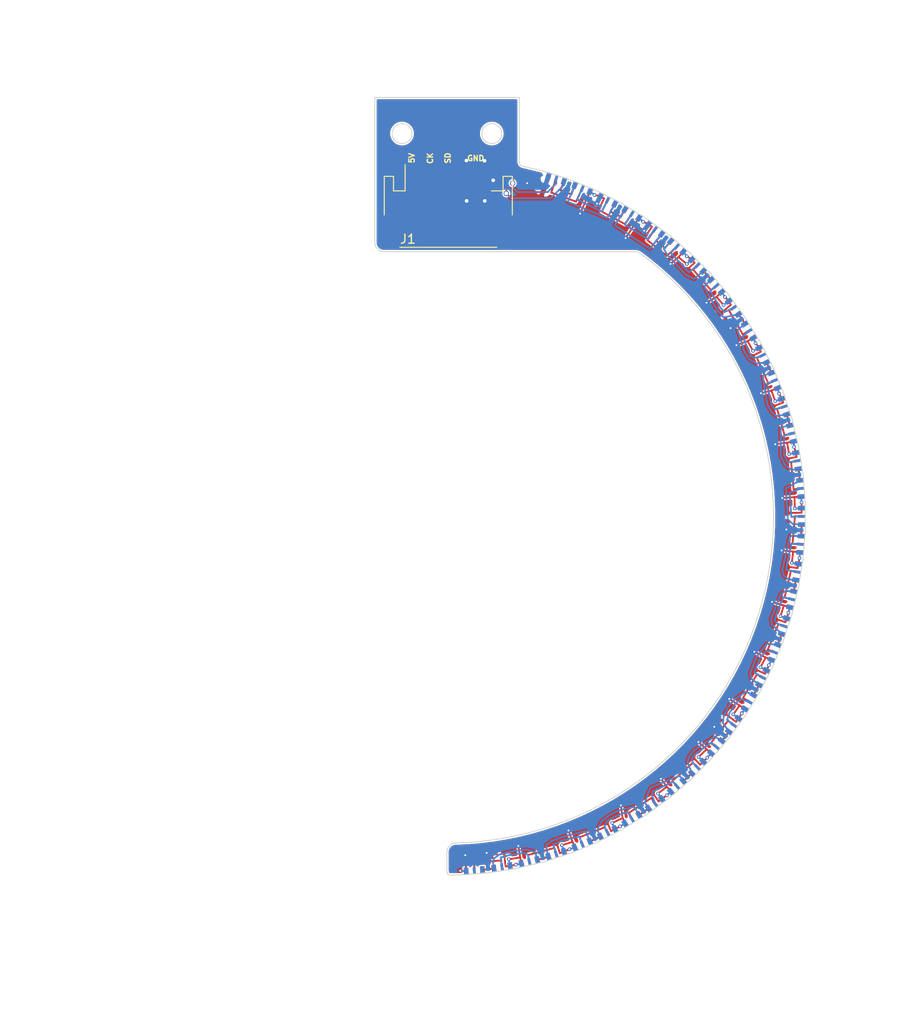
<source format=kicad_pcb>
(kicad_pcb (version 20171130) (host pcbnew "(5.1.5)-3")
  (title_block (title "Sensory Adaptation Robot") (date 2016-03-10) (rev 0.1a) (company "Idle Hands Dev.") (comment 1 "Sean Hodgins"))
  (layers (0 F.Cu signal) (31 B.Cu signal) (34 B.Paste user) (35 F.Paste user) (36 B.SilkS user) (37 F.SilkS user) (38 B.Mask user) (39 F.Mask user) (44 Edge.Cuts user))
  (net 0 "")
  (net 1 GND)
  (net 2 +5V)
  (net 3 CKS)
  (net 4 SDS)
  (net 5 "Net-(U1-Pad3)")
  (net 6 "Net-(U1-Pad2)")
  (net 7 "Net-(U2-Pad2)")
  (net 8 "Net-(U2-Pad3)")
  (net 9 "Net-(U3-Pad2)")
  (net 10 "Net-(U3-Pad3)")
  (net 11 "Net-(U4-Pad3)")
  (net 12 "Net-(U4-Pad2)")
  (net 13 "Net-(U5-Pad2)")
  (net 14 "Net-(U5-Pad3)")
  (net 15 "Net-(U6-Pad3)")
  (net 16 "Net-(U6-Pad2)")
  (net 17 "Net-(U7-Pad2)")
  (net 18 "Net-(U7-Pad3)")
  (net 19 "Net-(U8-Pad3)")
  (net 20 "Net-(U8-Pad2)")
  (net 21 "Net-(U10-Pad5)")
  (net 22 "Net-(U10-Pad4)")
  (net 23 "Net-(U10-Pad3)")
  (net 24 "Net-(U10-Pad2)")
  (net 25 "Net-(U11-Pad3)")
  (net 26 "Net-(U11-Pad2)")
  (net 27 "Net-(U12-Pad2)")
  (net 28 "Net-(U12-Pad3)")
  (net 29 "Net-(U13-Pad3)")
  (net 30 "Net-(U13-Pad2)")
  (net 31 "Net-(U14-Pad2)")
  (net 32 "Net-(U14-Pad3)")
  (net 33 "Net-(U15-Pad3)")
  (net 34 "Net-(U15-Pad2)")
  (net 35 CK1)
  (net 36 SD1)
  (net 37 "Net-(U17-Pad3)")
  (net 38 "Net-(U17-Pad2)")
  (net 39 "Net-(U18-Pad2)")
  (net 40 "Net-(U18-Pad3)")
  (net 41 "Net-(U19-Pad3)")
  (net 42 "Net-(U19-Pad2)")
  (net 43 "Net-(U20-Pad2)")
  (net 44 "Net-(U20-Pad3)")
  (net 45 "Net-(U21-Pad2)")
  (net 46 "Net-(U21-Pad3)")
  (net 47 "Net-(U22-Pad3)")
  (net 48 "Net-(U22-Pad2)")
  (net 49 "Net-(U23-Pad2)")
  (net 50 "Net-(U23-Pad3)")
  (net 51 "Net-(U24-Pad3)")
  (net 52 "Net-(U24-Pad2)")
  (net 53 "Net-(U25-Pad2)")
  (net 54 "Net-(U25-Pad3)")
  (net 55 "Net-(U26-Pad3)")
  (net 56 "Net-(U26-Pad2)")
  (net 57 "Net-(U27-Pad2)")
  (net 58 "Net-(U27-Pad3)")
  (net 59 "Net-(U28-Pad3)")
  (net 60 "Net-(U28-Pad2)")
  (net 61 "Net-(U29-Pad2)")
  (net 62 "Net-(U29-Pad3)")
  (net 63 "Net-(U30-Pad3)")
  (net 64 "Net-(U30-Pad2)")
  (net 65 "Net-(U31-Pad2)")
  (net 66 "Net-(U31-Pad3)")
  (net 67 SD2)
  (net 68 CK2)
  (net 69 "Net-(U33-Pad2)")
  (net 70 "Net-(U33-Pad3)")
  (net 71 "Net-(U34-Pad3)")
  (net 72 "Net-(U34-Pad2)")
  (net 73 "Net-(U35-Pad2)")
  (net 74 "Net-(U35-Pad3)")
  (net 75 "Net-(U36-Pad3)")
  (net 76 "Net-(U36-Pad2)")
  (module project_footprints:LED-APA102-2020_Edge (layer F.Cu) (at 131.706171 106.933268 72)
    (fp_text reference U1 hide)
    (fp_text value APA102 hide)
    (pad 6 smd rect (at -0.342 -0.9 72) (size 0.8 0.5) (layers B.Cu B.Paste B.Mask) (net 1 GND))
    (pad 4 smd rect (at -0.342 0.9 72) (size 0.8 0.5) (layers B.Cu B.Paste B.Mask) (net 4 SDS))
    (pad 5 smd rect (at -0.342 0 72) (size 0.8 0.3) (layers B.Cu B.Paste B.Mask) (net 3 CKS))
    (pad 3 smd rect (at -0.342 0.9 72) (size 0.8 0.5) (layers F.Cu F.Paste F.Mask) (net 5 "Net-(U1-Pad3)"))
    (pad 2 smd rect (at -0.342 0 72) (size 0.8 0.3) (layers F.Cu F.Paste F.Mask) (net 6 "Net-(U1-Pad2)"))
    (pad 1 smd rect (at -0.342 -0.9 72) (size 0.8 0.5) (layers F.Cu F.Paste F.Mask) (net 2 +5V))
  )
  (module project_footprints:LED-APA102-2020_Edge_R (layer F.Cu) (at 134.615996 108.006758 67.5)
    (fp_text reference U2 hide)
    (fp_text value APA102 hide)
    (pad 3 smd rect (at -0.342 -0.9 67.5) (size 0.8 0.5) (layers B.Cu B.Paste B.Mask) (net 8 "Net-(U2-Pad3)"))
    (pad 1 smd rect (at -0.342 0.9 67.5) (size 0.8 0.5) (layers B.Cu B.Paste B.Mask) (net 2 +5V))
    (pad 2 smd rect (at -0.342 0 67.5) (size 0.8 0.3) (layers B.Cu B.Paste B.Mask) (net 7 "Net-(U2-Pad2)"))
    (pad 6 smd rect (at -0.342 0.9 67.5) (size 0.8 0.5) (layers F.Cu F.Paste F.Mask) (net 1 GND))
    (pad 5 smd rect (at -0.342 0 67.5) (size 0.8 0.3) (layers F.Cu F.Paste F.Mask) (net 6 "Net-(U1-Pad2)"))
    (pad 4 smd rect (at -0.342 -0.9 67.5) (size 0.8 0.5) (layers F.Cu F.Paste F.Mask) (net 5 "Net-(U1-Pad3)"))
  )
  (module Connector_JST:JST_PH_S5B-PH-SM4-TB_1x05-1MP_P2.00mm_Horizontal (layer F.Cu) (at 119.7 110.325)
    (fp_text reference J1 (at -4.45 3.6) (layer F.SilkS))
    (fp_text value LED_Conn hide)
    (pad MP smd roundrect (at 6.35 2.9) (size 1.5 3.4) (layers F.Cu F.Paste F.Mask) (roundrect_rratio 0.166667))
    (pad MP smd roundrect (at -6.35 2.9) (size 1.5 3.4) (layers F.Cu F.Paste F.Mask) (roundrect_rratio 0.166667))
    (pad 5 smd roundrect (at 4 -2.85) (size 1 3.5) (layers F.Cu F.Paste F.Mask) (net 1 GND))
    (pad 4 smd roundrect (at 2 -2.85) (size 1 3.5) (layers F.Cu F.Paste F.Mask) (net 1 GND))
    (pad 3 smd roundrect (at 0 -2.85) (size 1 3.5) (layers F.Cu F.Paste F.Mask) (net 4 SDS))
    (pad 2 smd roundrect (at -2 -2.85) (size 1 3.5) (layers F.Cu F.Paste F.Mask) (net 3 CKS))
    (pad 1 smd roundrect (at -4 -2.85) (size 1 3.5) (layers F.Cu F.Paste F.Mask) (net 2 +5V))
  )
  (module project_footprints:LED-APA102-2020_Edge (layer F.Cu) (at 125.679161 183.513689 279)
    (fp_text reference U35 hide)
    (fp_text value APA102 hide)
    (pad 6 smd rect (at -0.342 -0.9 279) (size 0.8 0.5) (layers B.Cu B.Paste B.Mask) (net 1 GND))
    (pad 4 smd rect (at -0.342 0.9 279) (size 0.8 0.5) (layers B.Cu B.Paste B.Mask) (net 71 "Net-(U34-Pad3)"))
    (pad 5 smd rect (at -0.342 0 279) (size 0.8 0.3) (layers B.Cu B.Paste B.Mask) (net 72 "Net-(U34-Pad2)"))
    (pad 3 smd rect (at -0.342 0.9 279) (size 0.8 0.5) (layers F.Cu F.Paste F.Mask) (net 74 "Net-(U35-Pad3)"))
    (pad 2 smd rect (at -0.342 0 279) (size 0.8 0.3) (layers F.Cu F.Paste F.Mask) (net 73 "Net-(U35-Pad2)"))
    (pad 1 smd rect (at -0.342 -0.9 279) (size 0.8 0.5) (layers F.Cu F.Paste F.Mask) (net 2 +5V))
  )
  (module project_footprints:LED-APA102-2020_Edge (layer F.Cu) (at 131.706171 182.066732 288)
    (fp_text reference U33 hide)
    (fp_text value APA102 hide)
    (pad 6 smd rect (at -0.342 -0.9 288) (size 0.8 0.5) (layers B.Cu B.Paste B.Mask) (net 1 GND))
    (pad 4 smd rect (at -0.342 0.9 288) (size 0.8 0.5) (layers B.Cu B.Paste B.Mask) (net 67 SD2))
    (pad 5 smd rect (at -0.342 0 288) (size 0.8 0.3) (layers B.Cu B.Paste B.Mask) (net 68 CK2))
    (pad 3 smd rect (at -0.342 0.9 288) (size 0.8 0.5) (layers F.Cu F.Paste F.Mask) (net 70 "Net-(U33-Pad3)"))
    (pad 2 smd rect (at -0.342 0 288) (size 0.8 0.3) (layers F.Cu F.Paste F.Mask) (net 69 "Net-(U33-Pad2)"))
    (pad 1 smd rect (at -0.342 -0.9 288) (size 0.8 0.5) (layers F.Cu F.Paste F.Mask) (net 2 +5V))
  )
  (module project_footprints:LED-APA102-2020_Edge (layer F.Cu) (at 137.432625 179.694758 297)
    (fp_text reference U31 hide)
    (fp_text value APA102 hide)
    (pad 6 smd rect (at -0.342 -0.9 297) (size 0.8 0.5) (layers B.Cu B.Paste B.Mask) (net 1 GND))
    (pad 4 smd rect (at -0.342 0.9 297) (size 0.8 0.5) (layers B.Cu B.Paste B.Mask) (net 63 "Net-(U30-Pad3)"))
    (pad 5 smd rect (at -0.342 0 297) (size 0.8 0.3) (layers B.Cu B.Paste B.Mask) (net 64 "Net-(U30-Pad2)"))
    (pad 3 smd rect (at -0.342 0.9 297) (size 0.8 0.5) (layers F.Cu F.Paste F.Mask) (net 66 "Net-(U31-Pad3)"))
    (pad 2 smd rect (at -0.342 0 297) (size 0.8 0.3) (layers F.Cu F.Paste F.Mask) (net 65 "Net-(U31-Pad2)"))
    (pad 1 smd rect (at -0.342 -0.9 297) (size 0.8 0.5) (layers F.Cu F.Paste F.Mask) (net 2 +5V))
  )
  (module project_footprints:LED-APA102-2020_Edge (layer F.Cu) (at 142.717517 176.456171 306)
    (fp_text reference U29 hide)
    (fp_text value APA102 hide)
    (pad 6 smd rect (at -0.342 -0.9 306) (size 0.8 0.5) (layers B.Cu B.Paste B.Mask) (net 1 GND))
    (pad 4 smd rect (at -0.342 0.9 306) (size 0.8 0.5) (layers B.Cu B.Paste B.Mask) (net 59 "Net-(U28-Pad3)"))
    (pad 5 smd rect (at -0.342 0 306) (size 0.8 0.3) (layers B.Cu B.Paste B.Mask) (net 60 "Net-(U28-Pad2)"))
    (pad 3 smd rect (at -0.342 0.9 306) (size 0.8 0.5) (layers F.Cu F.Paste F.Mask) (net 62 "Net-(U29-Pad3)"))
    (pad 2 smd rect (at -0.342 0 306) (size 0.8 0.3) (layers F.Cu F.Paste F.Mask) (net 61 "Net-(U29-Pad2)"))
    (pad 1 smd rect (at -0.342 -0.9 306) (size 0.8 0.5) (layers F.Cu F.Paste F.Mask) (net 2 +5V))
  )
  (module project_footprints:LED-APA102-2020_Edge (layer F.Cu) (at 147.430718 172.430718 315)
    (fp_text reference U27 hide)
    (fp_text value APA102 hide)
    (pad 6 smd rect (at -0.342 -0.9 315) (size 0.8 0.5) (layers B.Cu B.Paste B.Mask) (net 1 GND))
    (pad 4 smd rect (at -0.342 0.9 315) (size 0.8 0.5) (layers B.Cu B.Paste B.Mask) (net 55 "Net-(U26-Pad3)"))
    (pad 5 smd rect (at -0.342 0 315) (size 0.8 0.3) (layers B.Cu B.Paste B.Mask) (net 56 "Net-(U26-Pad2)"))
    (pad 3 smd rect (at -0.342 0.9 315) (size 0.8 0.5) (layers F.Cu F.Paste F.Mask) (net 58 "Net-(U27-Pad3)"))
    (pad 2 smd rect (at -0.342 0 315) (size 0.8 0.3) (layers F.Cu F.Paste F.Mask) (net 57 "Net-(U27-Pad2)"))
    (pad 1 smd rect (at -0.342 -0.9 315) (size 0.8 0.5) (layers F.Cu F.Paste F.Mask) (net 2 +5V))
  )
  (module project_footprints:LED-APA102-2020_Edge (layer F.Cu) (at 151.456171 167.717517 324)
    (fp_text reference U25 hide)
    (fp_text value APA102 hide)
    (pad 6 smd rect (at -0.342 -0.9 324) (size 0.8 0.5) (layers B.Cu B.Paste B.Mask) (net 1 GND))
    (pad 4 smd rect (at -0.342 0.9 324) (size 0.8 0.5) (layers B.Cu B.Paste B.Mask) (net 51 "Net-(U24-Pad3)"))
    (pad 5 smd rect (at -0.342 0 324) (size 0.8 0.3) (layers B.Cu B.Paste B.Mask) (net 52 "Net-(U24-Pad2)"))
    (pad 3 smd rect (at -0.342 0.9 324) (size 0.8 0.5) (layers F.Cu F.Paste F.Mask) (net 54 "Net-(U25-Pad3)"))
    (pad 2 smd rect (at -0.342 0 324) (size 0.8 0.3) (layers F.Cu F.Paste F.Mask) (net 53 "Net-(U25-Pad2)"))
    (pad 1 smd rect (at -0.342 -0.9 324) (size 0.8 0.5) (layers F.Cu F.Paste F.Mask) (net 2 +5V))
  )
  (module project_footprints:LED-APA102-2020_Edge (layer F.Cu) (at 154.694758 162.432625 333)
    (fp_text reference U23 hide)
    (fp_text value APA102 hide)
    (pad 6 smd rect (at -0.342 -0.9 333) (size 0.8 0.5) (layers B.Cu B.Paste B.Mask) (net 1 GND))
    (pad 4 smd rect (at -0.342 0.9 333) (size 0.8 0.5) (layers B.Cu B.Paste B.Mask) (net 47 "Net-(U22-Pad3)"))
    (pad 5 smd rect (at -0.342 0 333) (size 0.8 0.3) (layers B.Cu B.Paste B.Mask) (net 48 "Net-(U22-Pad2)"))
    (pad 3 smd rect (at -0.342 0.9 333) (size 0.8 0.5) (layers F.Cu F.Paste F.Mask) (net 50 "Net-(U23-Pad3)"))
    (pad 2 smd rect (at -0.342 0 333) (size 0.8 0.3) (layers F.Cu F.Paste F.Mask) (net 49 "Net-(U23-Pad2)"))
    (pad 1 smd rect (at -0.342 -0.9 333) (size 0.8 0.5) (layers F.Cu F.Paste F.Mask) (net 2 +5V))
  )
  (module project_footprints:LED-APA102-2020_Edge (layer F.Cu) (at 157.066732 156.706171 342)
    (fp_text reference U21 hide)
    (fp_text value APA102 hide)
    (pad 6 smd rect (at -0.342 -0.9 342) (size 0.8 0.5) (layers B.Cu B.Paste B.Mask) (net 1 GND))
    (pad 4 smd rect (at -0.342 0.9 342) (size 0.8 0.5) (layers B.Cu B.Paste B.Mask) (net 44 "Net-(U20-Pad3)"))
    (pad 5 smd rect (at -0.342 0 342) (size 0.8 0.3) (layers B.Cu B.Paste B.Mask) (net 43 "Net-(U20-Pad2)"))
    (pad 3 smd rect (at -0.342 0.9 342) (size 0.8 0.5) (layers F.Cu F.Paste F.Mask) (net 46 "Net-(U21-Pad3)"))
    (pad 2 smd rect (at -0.342 0 342) (size 0.8 0.3) (layers F.Cu F.Paste F.Mask) (net 45 "Net-(U21-Pad2)"))
    (pad 1 smd rect (at -0.342 -0.9 342) (size 0.8 0.5) (layers F.Cu F.Paste F.Mask) (net 2 +5V))
  )
  (module project_footprints:LED-APA102-2020_Edge (layer F.Cu) (at 158.513689 150.679161 351)
    (fp_text reference U19 hide)
    (fp_text value APA102 hide)
    (pad 6 smd rect (at -0.342 -0.9 351) (size 0.8 0.5) (layers B.Cu B.Paste B.Mask) (net 1 GND))
    (pad 4 smd rect (at -0.342 0.9 351) (size 0.8 0.5) (layers B.Cu B.Paste B.Mask) (net 40 "Net-(U18-Pad3)"))
    (pad 5 smd rect (at -0.342 0 351) (size 0.8 0.3) (layers B.Cu B.Paste B.Mask) (net 39 "Net-(U18-Pad2)"))
    (pad 3 smd rect (at -0.342 0.9 351) (size 0.8 0.5) (layers F.Cu F.Paste F.Mask) (net 41 "Net-(U19-Pad3)"))
    (pad 2 smd rect (at -0.342 0 351) (size 0.8 0.3) (layers F.Cu F.Paste F.Mask) (net 42 "Net-(U19-Pad2)"))
    (pad 1 smd rect (at -0.342 -0.9 351) (size 0.8 0.5) (layers F.Cu F.Paste F.Mask) (net 2 +5V))
  )
  (module project_footprints:LED-APA102-2020_Edge (layer F.Cu) (at 137.432625 109.305242 63)
    (fp_text reference U3 hide)
    (fp_text value APA102 hide)
    (pad 6 smd rect (at -0.342 -0.9 63) (size 0.8 0.5) (layers B.Cu B.Paste B.Mask) (net 1 GND))
    (pad 4 smd rect (at -0.342 0.9 63) (size 0.8 0.5) (layers B.Cu B.Paste B.Mask) (net 8 "Net-(U2-Pad3)"))
    (pad 5 smd rect (at -0.342 0 63) (size 0.8 0.3) (layers B.Cu B.Paste B.Mask) (net 7 "Net-(U2-Pad2)"))
    (pad 3 smd rect (at -0.342 0.9 63) (size 0.8 0.5) (layers F.Cu F.Paste F.Mask) (net 10 "Net-(U3-Pad3)"))
    (pad 2 smd rect (at -0.342 0 63) (size 0.8 0.3) (layers F.Cu F.Paste F.Mask) (net 9 "Net-(U3-Pad2)"))
    (pad 1 smd rect (at -0.342 -0.9 63) (size 0.8 0.5) (layers F.Cu F.Paste F.Mask) (net 2 +5V))
  )
  (module project_footprints:LED-APA102-2020_Edge (layer F.Cu) (at 142.717517 112.543829 54)
    (fp_text reference U5 hide)
    (fp_text value APA102 hide)
    (pad 6 smd rect (at -0.342 -0.9 54) (size 0.8 0.5) (layers B.Cu B.Paste B.Mask) (net 1 GND))
    (pad 4 smd rect (at -0.342 0.9 54) (size 0.8 0.5) (layers B.Cu B.Paste B.Mask) (net 11 "Net-(U4-Pad3)"))
    (pad 5 smd rect (at -0.342 0 54) (size 0.8 0.3) (layers B.Cu B.Paste B.Mask) (net 12 "Net-(U4-Pad2)"))
    (pad 3 smd rect (at -0.342 0.9 54) (size 0.8 0.5) (layers F.Cu F.Paste F.Mask) (net 14 "Net-(U5-Pad3)"))
    (pad 2 smd rect (at -0.342 0 54) (size 0.8 0.3) (layers F.Cu F.Paste F.Mask) (net 13 "Net-(U5-Pad2)"))
    (pad 1 smd rect (at -0.342 -0.9 54) (size 0.8 0.5) (layers F.Cu F.Paste F.Mask) (net 2 +5V))
  )
  (module project_footprints:LED-APA102-2020_Edge (layer F.Cu) (at 147.430718 116.569282 45)
    (fp_text reference U7 hide)
    (fp_text value APA102 hide)
    (pad 6 smd rect (at -0.342 -0.9 45) (size 0.8 0.5) (layers B.Cu B.Paste B.Mask) (net 1 GND))
    (pad 4 smd rect (at -0.342 0.9 45) (size 0.8 0.5) (layers B.Cu B.Paste B.Mask) (net 15 "Net-(U6-Pad3)"))
    (pad 5 smd rect (at -0.342 0 45) (size 0.8 0.3) (layers B.Cu B.Paste B.Mask) (net 16 "Net-(U6-Pad2)"))
    (pad 3 smd rect (at -0.342 0.9 45) (size 0.8 0.5) (layers F.Cu F.Paste F.Mask) (net 18 "Net-(U7-Pad3)"))
    (pad 2 smd rect (at -0.342 0 45) (size 0.8 0.3) (layers F.Cu F.Paste F.Mask) (net 17 "Net-(U7-Pad2)"))
    (pad 1 smd rect (at -0.342 -0.9 45) (size 0.8 0.5) (layers F.Cu F.Paste F.Mask) (net 2 +5V))
  )
  (module project_footprints:LED-APA102-2020_Edge (layer F.Cu) (at 151.456171 121.282483 36)
    (fp_text reference U9 hide)
    (fp_text value APA102 hide)
    (pad 6 smd rect (at -0.342 -0.9 36) (size 0.8 0.5) (layers B.Cu B.Paste B.Mask) (net 1 GND))
    (pad 4 smd rect (at -0.342 0.9 36) (size 0.8 0.5) (layers B.Cu B.Paste B.Mask) (net 19 "Net-(U8-Pad3)"))
    (pad 5 smd rect (at -0.342 0 36) (size 0.8 0.3) (layers B.Cu B.Paste B.Mask) (net 20 "Net-(U8-Pad2)"))
    (pad 3 smd rect (at -0.342 0.9 36) (size 0.8 0.5) (layers F.Cu F.Paste F.Mask) (net 22 "Net-(U10-Pad4)"))
    (pad 2 smd rect (at -0.342 0 36) (size 0.8 0.3) (layers F.Cu F.Paste F.Mask) (net 21 "Net-(U10-Pad5)"))
    (pad 1 smd rect (at -0.342 -0.9 36) (size 0.8 0.5) (layers F.Cu F.Paste F.Mask) (net 2 +5V))
  )
  (module project_footprints:LED-APA102-2020_Edge (layer F.Cu) (at 154.694758 126.567375 27)
    (fp_text reference U11 hide)
    (fp_text value APA102 hide)
    (pad 6 smd rect (at -0.342 -0.9 27) (size 0.8 0.5) (layers B.Cu B.Paste B.Mask) (net 1 GND))
    (pad 4 smd rect (at -0.342 0.9 27) (size 0.8 0.5) (layers B.Cu B.Paste B.Mask) (net 23 "Net-(U10-Pad3)"))
    (pad 5 smd rect (at -0.342 0 27) (size 0.8 0.3) (layers B.Cu B.Paste B.Mask) (net 24 "Net-(U10-Pad2)"))
    (pad 3 smd rect (at -0.342 0.9 27) (size 0.8 0.5) (layers F.Cu F.Paste F.Mask) (net 25 "Net-(U11-Pad3)"))
    (pad 2 smd rect (at -0.342 0 27) (size 0.8 0.3) (layers F.Cu F.Paste F.Mask) (net 26 "Net-(U11-Pad2)"))
    (pad 1 smd rect (at -0.342 -0.9 27) (size 0.8 0.5) (layers F.Cu F.Paste F.Mask) (net 2 +5V))
  )
  (module project_footprints:LED-APA102-2020_Edge (layer F.Cu) (at 157.066732 132.293829 18)
    (fp_text reference U13 hide)
    (fp_text value APA102 hide)
    (pad 6 smd rect (at -0.342 -0.9 18) (size 0.8 0.5) (layers B.Cu B.Paste B.Mask) (net 1 GND))
    (pad 4 smd rect (at -0.342 0.9 18) (size 0.8 0.5) (layers B.Cu B.Paste B.Mask) (net 28 "Net-(U12-Pad3)"))
    (pad 5 smd rect (at -0.342 0 18) (size 0.8 0.3) (layers B.Cu B.Paste B.Mask) (net 27 "Net-(U12-Pad2)"))
    (pad 3 smd rect (at -0.342 0.9 18) (size 0.8 0.5) (layers F.Cu F.Paste F.Mask) (net 29 "Net-(U13-Pad3)"))
    (pad 2 smd rect (at -0.342 0 18) (size 0.8 0.3) (layers F.Cu F.Paste F.Mask) (net 30 "Net-(U13-Pad2)"))
    (pad 1 smd rect (at -0.342 -0.9 18) (size 0.8 0.5) (layers F.Cu F.Paste F.Mask) (net 2 +5V))
  )
  (module project_footprints:LED-APA102-2020_Edge (layer F.Cu) (at 158.513689 138.320839 9)
    (fp_text reference U15 hide)
    (fp_text value APA102 hide)
    (pad 6 smd rect (at -0.342 -0.9 9) (size 0.8 0.5) (layers B.Cu B.Paste B.Mask) (net 1 GND))
    (pad 4 smd rect (at -0.342 0.9 9) (size 0.8 0.5) (layers B.Cu B.Paste B.Mask) (net 32 "Net-(U14-Pad3)"))
    (pad 5 smd rect (at -0.342 0 9) (size 0.8 0.3) (layers B.Cu B.Paste B.Mask) (net 31 "Net-(U14-Pad2)"))
    (pad 3 smd rect (at -0.342 0.9 9) (size 0.8 0.5) (layers F.Cu F.Paste F.Mask) (net 33 "Net-(U15-Pad3)"))
    (pad 2 smd rect (at -0.342 0 9) (size 0.8 0.3) (layers F.Cu F.Paste F.Mask) (net 34 "Net-(U15-Pad2)"))
    (pad 1 smd rect (at -0.342 -0.9 9) (size 0.8 0.5) (layers F.Cu F.Paste F.Mask) (net 2 +5V))
  )
  (module project_footprints:LED-APA102-2020_Edge (layer F.Cu) (at 159 144.5)
    (fp_text reference U17 hide)
    (fp_text value APA102 hide)
    (pad 6 smd rect (at -0.342 -0.9) (size 0.8 0.5) (layers B.Cu B.Paste B.Mask) (net 1 GND))
    (pad 4 smd rect (at -0.342 0.9) (size 0.8 0.5) (layers B.Cu B.Paste B.Mask) (net 36 SD1))
    (pad 5 smd rect (at -0.342 0) (size 0.8 0.3) (layers B.Cu B.Paste B.Mask) (net 35 CK1))
    (pad 3 smd rect (at -0.342 0.9) (size 0.8 0.5) (layers F.Cu F.Paste F.Mask) (net 37 "Net-(U17-Pad3)"))
    (pad 2 smd rect (at -0.342 0) (size 0.8 0.3) (layers F.Cu F.Paste F.Mask) (net 38 "Net-(U17-Pad2)"))
    (pad 1 smd rect (at -0.342 -0.9) (size 0.8 0.5) (layers F.Cu F.Paste F.Mask) (net 2 +5V))
  )
  (module project_footprints:LED-APA102-2020_Edge_R (layer F.Cu) (at 140.138693 110.820714 58.5)
    (fp_text reference U4 hide)
    (fp_text value APA102 hide)
    (pad 3 smd rect (at -0.342 -0.9 58.5) (size 0.8 0.5) (layers B.Cu B.Paste B.Mask) (net 11 "Net-(U4-Pad3)"))
    (pad 1 smd rect (at -0.342 0.9 58.5) (size 0.8 0.5) (layers B.Cu B.Paste B.Mask) (net 2 +5V))
    (pad 2 smd rect (at -0.342 0 58.5) (size 0.8 0.3) (layers B.Cu B.Paste B.Mask) (net 12 "Net-(U4-Pad2)"))
    (pad 6 smd rect (at -0.342 0.9 58.5) (size 0.8 0.5) (layers F.Cu F.Paste F.Mask) (net 1 GND))
    (pad 5 smd rect (at -0.342 0 58.5) (size 0.8 0.3) (layers F.Cu F.Paste F.Mask) (net 9 "Net-(U3-Pad2)"))
    (pad 4 smd rect (at -0.342 -0.9 58.5) (size 0.8 0.5) (layers F.Cu F.Paste F.Mask) (net 10 "Net-(U3-Pad3)"))
  )
  (module project_footprints:LED-APA102-2020_Edge_R (layer F.Cu) (at 145.153198 114.463964 49.5)
    (fp_text reference U6 hide)
    (fp_text value APA102 hide)
    (pad 3 smd rect (at -0.342 -0.9 49.5) (size 0.8 0.5) (layers B.Cu B.Paste B.Mask) (net 15 "Net-(U6-Pad3)"))
    (pad 1 smd rect (at -0.342 0.9 49.5) (size 0.8 0.5) (layers B.Cu B.Paste B.Mask) (net 2 +5V))
    (pad 2 smd rect (at -0.342 0 49.5) (size 0.8 0.3) (layers B.Cu B.Paste B.Mask) (net 16 "Net-(U6-Pad2)"))
    (pad 6 smd rect (at -0.342 0.9 49.5) (size 0.8 0.5) (layers F.Cu F.Paste F.Mask) (net 1 GND))
    (pad 5 smd rect (at -0.342 0 49.5) (size 0.8 0.3) (layers F.Cu F.Paste F.Mask) (net 13 "Net-(U5-Pad2)"))
    (pad 4 smd rect (at -0.342 -0.9 49.5) (size 0.8 0.5) (layers F.Cu F.Paste F.Mask) (net 14 "Net-(U5-Pad3)"))
  )
  (module project_footprints:LED-APA102-2020_Edge_R (layer F.Cu) (at 149.536036 118.846802 40.5)
    (fp_text reference U8 hide)
    (fp_text value APA102 hide)
    (pad 3 smd rect (at -0.342 -0.9 40.5) (size 0.8 0.5) (layers B.Cu B.Paste B.Mask) (net 19 "Net-(U8-Pad3)"))
    (pad 1 smd rect (at -0.342 0.9 40.5) (size 0.8 0.5) (layers B.Cu B.Paste B.Mask) (net 2 +5V))
    (pad 2 smd rect (at -0.342 0 40.5) (size 0.8 0.3) (layers B.Cu B.Paste B.Mask) (net 20 "Net-(U8-Pad2)"))
    (pad 6 smd rect (at -0.342 0.9 40.5) (size 0.8 0.5) (layers F.Cu F.Paste F.Mask) (net 1 GND))
    (pad 5 smd rect (at -0.342 0 40.5) (size 0.8 0.3) (layers F.Cu F.Paste F.Mask) (net 17 "Net-(U7-Pad2)"))
    (pad 4 smd rect (at -0.342 -0.9 40.5) (size 0.8 0.5) (layers F.Cu F.Paste F.Mask) (net 18 "Net-(U7-Pad3)"))
  )
  (module project_footprints:LED-APA102-2020_Edge_R (layer F.Cu) (at 153.179286 123.861307 31.5)
    (fp_text reference U10 hide)
    (fp_text value APA102 hide)
    (pad 3 smd rect (at -0.342 -0.9 31.5) (size 0.8 0.5) (layers B.Cu B.Paste B.Mask) (net 23 "Net-(U10-Pad3)"))
    (pad 1 smd rect (at -0.342 0.9 31.5) (size 0.8 0.5) (layers B.Cu B.Paste B.Mask) (net 2 +5V))
    (pad 2 smd rect (at -0.342 0 31.5) (size 0.8 0.3) (layers B.Cu B.Paste B.Mask) (net 24 "Net-(U10-Pad2)"))
    (pad 6 smd rect (at -0.342 0.9 31.5) (size 0.8 0.5) (layers F.Cu F.Paste F.Mask) (net 1 GND))
    (pad 5 smd rect (at -0.342 0 31.5) (size 0.8 0.3) (layers F.Cu F.Paste F.Mask) (net 21 "Net-(U10-Pad5)"))
    (pad 4 smd rect (at -0.342 -0.9 31.5) (size 0.8 0.5) (layers F.Cu F.Paste F.Mask) (net 22 "Net-(U10-Pad4)"))
  )
  (module project_footprints:LED-APA102-2020_Edge_R (layer F.Cu) (at 155.993242 129.384004 22.5)
    (fp_text reference U12 hide)
    (fp_text value APA102 hide)
    (pad 3 smd rect (at -0.342 -0.9 22.5) (size 0.8 0.5) (layers B.Cu B.Paste B.Mask) (net 28 "Net-(U12-Pad3)"))
    (pad 1 smd rect (at -0.342 0.9 22.5) (size 0.8 0.5) (layers B.Cu B.Paste B.Mask) (net 2 +5V))
    (pad 2 smd rect (at -0.342 0 22.5) (size 0.8 0.3) (layers B.Cu B.Paste B.Mask) (net 27 "Net-(U12-Pad2)"))
    (pad 6 smd rect (at -0.342 0.9 22.5) (size 0.8 0.5) (layers F.Cu F.Paste F.Mask) (net 1 GND))
    (pad 5 smd rect (at -0.342 0 22.5) (size 0.8 0.3) (layers F.Cu F.Paste F.Mask) (net 26 "Net-(U11-Pad2)"))
    (pad 4 smd rect (at -0.342 -0.9 22.5) (size 0.8 0.5) (layers F.Cu F.Paste F.Mask) (net 25 "Net-(U11-Pad3)"))
  )
  (module project_footprints:LED-APA102-2020_Edge_R (layer F.Cu) (at 157.908612 135.278908 13.5)
    (fp_text reference U14 hide)
    (fp_text value APA102 hide)
    (pad 3 smd rect (at -0.342 -0.9 13.5) (size 0.8 0.5) (layers B.Cu B.Paste B.Mask) (net 32 "Net-(U14-Pad3)"))
    (pad 1 smd rect (at -0.342 0.9 13.5) (size 0.8 0.5) (layers B.Cu B.Paste B.Mask) (net 2 +5V))
    (pad 2 smd rect (at -0.342 0 13.5) (size 0.8 0.3) (layers B.Cu B.Paste B.Mask) (net 31 "Net-(U14-Pad2)"))
    (pad 6 smd rect (at -0.342 0.9 13.5) (size 0.8 0.5) (layers F.Cu F.Paste F.Mask) (net 1 GND))
    (pad 5 smd rect (at -0.342 0 13.5) (size 0.8 0.3) (layers F.Cu F.Paste F.Mask) (net 30 "Net-(U13-Pad2)"))
    (pad 4 smd rect (at -0.342 -0.9 13.5) (size 0.8 0.5) (layers F.Cu F.Paste F.Mask) (net 29 "Net-(U13-Pad3)"))
  )
  (module project_footprints:LED-APA102-2020_Edge_R (layer F.Cu) (at 158.878235 141.400866 4.5)
    (fp_text reference U16 hide)
    (fp_text value APA102 hide)
    (pad 3 smd rect (at -0.342 -0.9 4.5) (size 0.8 0.5) (layers B.Cu B.Paste B.Mask) (net 36 SD1))
    (pad 1 smd rect (at -0.342 0.9 4.5) (size 0.8 0.5) (layers B.Cu B.Paste B.Mask) (net 2 +5V))
    (pad 2 smd rect (at -0.342 0 4.5) (size 0.8 0.3) (layers B.Cu B.Paste B.Mask) (net 35 CK1))
    (pad 6 smd rect (at -0.342 0.9 4.5) (size 0.8 0.5) (layers F.Cu F.Paste F.Mask) (net 1 GND))
    (pad 5 smd rect (at -0.342 0 4.5) (size 0.8 0.3) (layers F.Cu F.Paste F.Mask) (net 34 "Net-(U15-Pad2)"))
    (pad 4 smd rect (at -0.342 -0.9 4.5) (size 0.8 0.5) (layers F.Cu F.Paste F.Mask) (net 33 "Net-(U15-Pad3)"))
  )
  (module project_footprints:LED-APA102-2020_Edge_R (layer F.Cu) (at 158.878235 147.599134 355.5)
    (fp_text reference U18 hide)
    (fp_text value APA102 hide)
    (pad 3 smd rect (at -0.342 -0.9 355.5) (size 0.8 0.5) (layers B.Cu B.Paste B.Mask) (net 40 "Net-(U18-Pad3)"))
    (pad 1 smd rect (at -0.342 0.9 355.5) (size 0.8 0.5) (layers B.Cu B.Paste B.Mask) (net 2 +5V))
    (pad 2 smd rect (at -0.342 0 355.5) (size 0.8 0.3) (layers B.Cu B.Paste B.Mask) (net 39 "Net-(U18-Pad2)"))
    (pad 6 smd rect (at -0.342 0.9 355.5) (size 0.8 0.5) (layers F.Cu F.Paste F.Mask) (net 1 GND))
    (pad 5 smd rect (at -0.342 0 355.5) (size 0.8 0.3) (layers F.Cu F.Paste F.Mask) (net 38 "Net-(U17-Pad2)"))
    (pad 4 smd rect (at -0.342 -0.9 355.5) (size 0.8 0.5) (layers F.Cu F.Paste F.Mask) (net 37 "Net-(U17-Pad3)"))
  )
  (module project_footprints:LED-APA102-2020_Edge_R (layer F.Cu) (at 157.908612 153.721092 346.5)
    (fp_text reference U20 hide)
    (fp_text value APA102 hide)
    (pad 3 smd rect (at -0.342 -0.9 346.5) (size 0.8 0.5) (layers B.Cu B.Paste B.Mask) (net 44 "Net-(U20-Pad3)"))
    (pad 1 smd rect (at -0.342 0.9 346.5) (size 0.8 0.5) (layers B.Cu B.Paste B.Mask) (net 2 +5V))
    (pad 2 smd rect (at -0.342 0 346.5) (size 0.8 0.3) (layers B.Cu B.Paste B.Mask) (net 43 "Net-(U20-Pad2)"))
    (pad 6 smd rect (at -0.342 0.9 346.5) (size 0.8 0.5) (layers F.Cu F.Paste F.Mask) (net 1 GND))
    (pad 5 smd rect (at -0.342 0 346.5) (size 0.8 0.3) (layers F.Cu F.Paste F.Mask) (net 42 "Net-(U19-Pad2)"))
    (pad 4 smd rect (at -0.342 -0.9 346.5) (size 0.8 0.5) (layers F.Cu F.Paste F.Mask) (net 41 "Net-(U19-Pad3)"))
  )
  (module project_footprints:LED-APA102-2020_Edge_R (layer F.Cu) (at 155.993242 159.615996 337.5)
    (fp_text reference U22 hide)
    (fp_text value APA102 hide)
    (pad 3 smd rect (at -0.342 -0.9 337.5) (size 0.8 0.5) (layers B.Cu B.Paste B.Mask) (net 47 "Net-(U22-Pad3)"))
    (pad 1 smd rect (at -0.342 0.9 337.5) (size 0.8 0.5) (layers B.Cu B.Paste B.Mask) (net 2 +5V))
    (pad 2 smd rect (at -0.342 0 337.5) (size 0.8 0.3) (layers B.Cu B.Paste B.Mask) (net 48 "Net-(U22-Pad2)"))
    (pad 6 smd rect (at -0.342 0.9 337.5) (size 0.8 0.5) (layers F.Cu F.Paste F.Mask) (net 1 GND))
    (pad 5 smd rect (at -0.342 0 337.5) (size 0.8 0.3) (layers F.Cu F.Paste F.Mask) (net 45 "Net-(U21-Pad2)"))
    (pad 4 smd rect (at -0.342 -0.9 337.5) (size 0.8 0.5) (layers F.Cu F.Paste F.Mask) (net 46 "Net-(U21-Pad3)"))
  )
  (module project_footprints:LED-APA102-2020_Edge_R (layer F.Cu) (at 153.179286 165.138693 328.5)
    (fp_text reference U24 hide)
    (fp_text value APA102 hide)
    (pad 3 smd rect (at -0.342 -0.9 328.5) (size 0.8 0.5) (layers B.Cu B.Paste B.Mask) (net 51 "Net-(U24-Pad3)"))
    (pad 1 smd rect (at -0.342 0.9 328.5) (size 0.8 0.5) (layers B.Cu B.Paste B.Mask) (net 2 +5V))
    (pad 2 smd rect (at -0.342 0 328.5) (size 0.8 0.3) (layers B.Cu B.Paste B.Mask) (net 52 "Net-(U24-Pad2)"))
    (pad 6 smd rect (at -0.342 0.9 328.5) (size 0.8 0.5) (layers F.Cu F.Paste F.Mask) (net 1 GND))
    (pad 5 smd rect (at -0.342 0 328.5) (size 0.8 0.3) (layers F.Cu F.Paste F.Mask) (net 49 "Net-(U23-Pad2)"))
    (pad 4 smd rect (at -0.342 -0.9 328.5) (size 0.8 0.5) (layers F.Cu F.Paste F.Mask) (net 50 "Net-(U23-Pad3)"))
  )
  (module project_footprints:LED-APA102-2020_Edge_R (layer F.Cu) (at 149.536036 170.153198 319.5)
    (fp_text reference U26 hide)
    (fp_text value APA102 hide)
    (pad 3 smd rect (at -0.342 -0.9 319.5) (size 0.8 0.5) (layers B.Cu B.Paste B.Mask) (net 55 "Net-(U26-Pad3)"))
    (pad 1 smd rect (at -0.342 0.9 319.5) (size 0.8 0.5) (layers B.Cu B.Paste B.Mask) (net 2 +5V))
    (pad 2 smd rect (at -0.342 0 319.5) (size 0.8 0.3) (layers B.Cu B.Paste B.Mask) (net 56 "Net-(U26-Pad2)"))
    (pad 6 smd rect (at -0.342 0.9 319.5) (size 0.8 0.5) (layers F.Cu F.Paste F.Mask) (net 1 GND))
    (pad 5 smd rect (at -0.342 0 319.5) (size 0.8 0.3) (layers F.Cu F.Paste F.Mask) (net 53 "Net-(U25-Pad2)"))
    (pad 4 smd rect (at -0.342 -0.9 319.5) (size 0.8 0.5) (layers F.Cu F.Paste F.Mask) (net 54 "Net-(U25-Pad3)"))
  )
  (module project_footprints:LED-APA102-2020_Edge_R (layer F.Cu) (at 145.153198 174.536036 310.5)
    (fp_text reference U28 hide)
    (fp_text value APA102 hide)
    (pad 3 smd rect (at -0.342 -0.9 310.5) (size 0.8 0.5) (layers B.Cu B.Paste B.Mask) (net 59 "Net-(U28-Pad3)"))
    (pad 1 smd rect (at -0.342 0.9 310.5) (size 0.8 0.5) (layers B.Cu B.Paste B.Mask) (net 2 +5V))
    (pad 2 smd rect (at -0.342 0 310.5) (size 0.8 0.3) (layers B.Cu B.Paste B.Mask) (net 60 "Net-(U28-Pad2)"))
    (pad 6 smd rect (at -0.342 0.9 310.5) (size 0.8 0.5) (layers F.Cu F.Paste F.Mask) (net 1 GND))
    (pad 5 smd rect (at -0.342 0 310.5) (size 0.8 0.3) (layers F.Cu F.Paste F.Mask) (net 57 "Net-(U27-Pad2)"))
    (pad 4 smd rect (at -0.342 -0.9 310.5) (size 0.8 0.5) (layers F.Cu F.Paste F.Mask) (net 58 "Net-(U27-Pad3)"))
  )
  (module project_footprints:LED-APA102-2020_Edge_R (layer F.Cu) (at 140.138693 178.179286 301.5)
    (fp_text reference U30 hide)
    (fp_text value APA102 hide)
    (pad 3 smd rect (at -0.342 -0.9 301.5) (size 0.8 0.5) (layers B.Cu B.Paste B.Mask) (net 63 "Net-(U30-Pad3)"))
    (pad 1 smd rect (at -0.342 0.9 301.5) (size 0.8 0.5) (layers B.Cu B.Paste B.Mask) (net 2 +5V))
    (pad 2 smd rect (at -0.342 0 301.5) (size 0.8 0.3) (layers B.Cu B.Paste B.Mask) (net 64 "Net-(U30-Pad2)"))
    (pad 6 smd rect (at -0.342 0.9 301.5) (size 0.8 0.5) (layers F.Cu F.Paste F.Mask) (net 1 GND))
    (pad 5 smd rect (at -0.342 0 301.5) (size 0.8 0.3) (layers F.Cu F.Paste F.Mask) (net 61 "Net-(U29-Pad2)"))
    (pad 4 smd rect (at -0.342 -0.9 301.5) (size 0.8 0.5) (layers F.Cu F.Paste F.Mask) (net 62 "Net-(U29-Pad3)"))
  )
  (module project_footprints:LED-APA102-2020_Edge_R (layer F.Cu) (at 134.615996 180.993242 292.5)
    (fp_text reference U32 hide)
    (fp_text value APA102 hide)
    (pad 3 smd rect (at -0.342 -0.9 292.5) (size 0.8 0.5) (layers B.Cu B.Paste B.Mask) (net 67 SD2))
    (pad 1 smd rect (at -0.342 0.9 292.5) (size 0.8 0.5) (layers B.Cu B.Paste B.Mask) (net 2 +5V))
    (pad 2 smd rect (at -0.342 0 292.5) (size 0.8 0.3) (layers B.Cu B.Paste B.Mask) (net 68 CK2))
    (pad 6 smd rect (at -0.342 0.9 292.5) (size 0.8 0.5) (layers F.Cu F.Paste F.Mask) (net 1 GND))
    (pad 5 smd rect (at -0.342 0 292.5) (size 0.8 0.3) (layers F.Cu F.Paste F.Mask) (net 65 "Net-(U31-Pad2)"))
    (pad 4 smd rect (at -0.342 -0.9 292.5) (size 0.8 0.5) (layers F.Cu F.Paste F.Mask) (net 66 "Net-(U31-Pad3)"))
  )
  (module project_footprints:LED-APA102-2020_Edge_R (layer F.Cu) (at 128.721092 182.908612 283.5)
    (fp_text reference U34 hide)
    (fp_text value APA102 hide)
    (pad 3 smd rect (at -0.342 -0.9 283.5) (size 0.8 0.5) (layers B.Cu B.Paste B.Mask) (net 71 "Net-(U34-Pad3)"))
    (pad 1 smd rect (at -0.342 0.9 283.5) (size 0.8 0.5) (layers B.Cu B.Paste B.Mask) (net 2 +5V))
    (pad 2 smd rect (at -0.342 0 283.5) (size 0.8 0.3) (layers B.Cu B.Paste B.Mask) (net 72 "Net-(U34-Pad2)"))
    (pad 6 smd rect (at -0.342 0.9 283.5) (size 0.8 0.5) (layers F.Cu F.Paste F.Mask) (net 1 GND))
    (pad 5 smd rect (at -0.342 0 283.5) (size 0.8 0.3) (layers F.Cu F.Paste F.Mask) (net 69 "Net-(U33-Pad2)"))
    (pad 4 smd rect (at -0.342 -0.9 283.5) (size 0.8 0.5) (layers F.Cu F.Paste F.Mask) (net 70 "Net-(U33-Pad3)"))
  )
  (module project_footprints:LED-APA102-2020_Edge_R (layer F.Cu) (at 122.599134 183.878235 274.5)
    (fp_text reference U36 hide)
    (fp_text value APA102 hide)
    (pad 3 smd rect (at -0.342 -0.9 274.5) (size 0.8 0.5) (layers B.Cu B.Paste B.Mask) (net 75 "Net-(U36-Pad3)"))
    (pad 1 smd rect (at -0.342 0.9 274.5) (size 0.8 0.5) (layers B.Cu B.Paste B.Mask) (net 2 +5V))
    (pad 2 smd rect (at -0.342 0 274.5) (size 0.8 0.3) (layers B.Cu B.Paste B.Mask) (net 76 "Net-(U36-Pad2)"))
    (pad 6 smd rect (at -0.342 0.9 274.5) (size 0.8 0.5) (layers F.Cu F.Paste F.Mask) (net 1 GND))
    (pad 5 smd rect (at -0.342 0 274.5) (size 0.8 0.3) (layers F.Cu F.Paste F.Mask) (net 73 "Net-(U35-Pad2)"))
    (pad 4 smd rect (at -0.342 -0.9 274.5) (size 0.8 0.5) (layers F.Cu F.Paste F.Mask) (net 74 "Net-(U35-Pad3)"))
  )
  (module Capacitor_SMD:C_0402_1005Metric (layer F.Cu) (at 157.025 144.625 270)
    (fp_text reference C1 hide)
    (fp_text value e hide)
    (pad 2 smd roundrect (at 0.485 0 270) (size 0.59 0.64) (layers F.Cu F.Paste F.Mask) (net 1 GND))
    (pad 1 smd roundrect (at -0.485 0 270) (size 0.59 0.64) (layers F.Cu F.Paste F.Mask) (net 2 +5V))
  )
  (module Capacitor_SMD:C_0402_1005Metric (layer F.Cu) (at 149.975 122.55 306)
    (fp_text reference C3 hide)
    (fp_text value 10uF hide)
    (pad 2 smd roundrect (at 0.485 0 306) (size 0.59 0.64) (layers F.Cu F.Paste F.Mask) (net 1 GND))
    (pad 1 smd roundrect (at -0.485 0 306) (size 0.59 0.64) (layers F.Cu F.Paste F.Mask) (net 2 +5V))
  )
  (module Capacitor_SMD:C_0402_1005Metric (layer F.Cu) (at 149.85 166.575 234)
    (fp_text reference C6 hide)
    (fp_text value 10uF hide)
    (pad 2 smd roundrect (at 0.485 0 234) (size 0.59 0.64) (layers F.Cu F.Paste F.Mask) (net 1 GND))
    (pad 1 smd roundrect (at -0.485 0 234) (size 0.59 0.64) (layers F.Cu F.Paste F.Mask) (net 2 +5V))
  )
  (module Capacitor_SMD:C_0402_1005Metric (layer F.Cu) (at 129.775 108.2 162)
    (fp_text reference C7 hide)
    (fp_text value 10uF hide)
    (pad 2 smd roundrect (at 0.485 0 162) (size 0.59 0.64) (layers F.Cu F.Paste F.Mask) (net 1 GND))
    (pad 1 smd roundrect (at -0.485 0 162) (size 0.59 0.64) (layers F.Cu F.Paste F.Mask) (net 2 +5V))
  )
  (module Capacitor_SMD:C_0402_1005Metric (layer F.Cu) (at 125.325 181.5 184.5)
    (fp_text reference C10 hide)
    (fp_text value e hide)
    (pad 2 smd roundrect (at 0.485 0 184.5) (size 0.59 0.64) (layers F.Cu F.Paste F.Mask) (net 1 GND))
    (pad 1 smd roundrect (at -0.485 0 184.5) (size 0.59 0.64) (layers F.Cu F.Paste F.Mask) (net 2 +5V))
  )
  (gr_text GND (at 122.725 105.025) (layer F.SilkS) (effects (font (size 0.6 0.6))))
  (gr_text SD (at 119.65 105 90) (layer F.SilkS) (effects (font (size 0.6 0.6))))
  (gr_text CK (at 117.7 105.025 90) (layer F.SilkS) (effects (font (size 0.6 0.6))))
  (gr_text 5V (at 115.675 105 90) (layer F.SilkS) (effects (font (size 0.6 0.6))))
  (gr_circle (center 124.5 102.3) (end 125.6 102.3) (layer Edge.Cuts) (width 0.1))
  (gr_circle (center 114.6 102.3) (end 115.7 102.3) (layer Edge.Cuts) (width 0.1))
  (gr_line (start 111.77272 114.88146) (end 111.89479 115.02946) (layer Edge.Cuts) (width 0.1))
  (gr_line (start 111.68049 114.71158) (end 111.77272 114.88146) (layer Edge.Cuts) (width 0.1))
  (gr_line (start 111.6222 114.52387) (end 111.68049 114.71158) (layer Edge.Cuts) (width 0.1))
  (gr_line (start 111.60188 114.32233) (end 111.6222 114.52387) (layer Edge.Cuts) (width 0.1))
  (gr_line (start 111.60188 98.32233) (end 111.60188 114.32233) (layer Edge.Cuts) (width 0.1))
  (gr_line (start 154.83009 137.29841) (end 155.08097 138.65279) (layer Edge.Cuts) (width 0.1))
  (gr_line (start 154.95186 151.12769) (end 154.66328 152.51807) (layer Edge.Cuts) (width 0.1))
  (gr_line (start 153.45912 156.64612) (end 152.95204 157.98118) (layer Edge.Cuts) (width 0.1))
  (gr_line (start 155.56221 144.1587) (end 155.54951 145.54978) (layer Edge.Cuts) (width 0.1))
  (gr_line (start 155.2801 140.01751) (end 155.42701 141.39106) (layer Edge.Cuts) (width 0.1))
  (gr_line (start 155.42701 141.39106) (end 155.52122 142.77195) (layer Edge.Cuts) (width 0.1))
  (gr_line (start 154.66328 152.51807) (end 154.3181 153.90385) (layer Edge.Cuts) (width 0.1))
  (gr_line (start 155.54951 145.54978) (end 155.48259 146.94372) (layer Edge.Cuts) (width 0.1))
  (gr_line (start 151.79164 160.5648) (end 151.14082 161.811471) (layer Edge.Cuts) (width 0.1))
  (gr_line (start 155.48259 146.94372) (end 155.361 148.33901) (layer Edge.Cuts) (width 0.1))
  (gr_line (start 153.31901 132.01404) (end 153.77192 133.31217) (layer Edge.Cuts) (width 0.1))
  (gr_line (start 152.95204 157.98118) (end 152.39576 159.28773) (layer Edge.Cuts) (width 0.1))
  (gr_line (start 155.52122 142.77195) (end 155.56221 144.1587) (layer Edge.Cuts) (width 0.1))
  (gr_line (start 154.17506 134.62659) (end 154.52797 135.95585) (layer Edge.Cuts) (width 0.1))
  (gr_line (start 153.77192 133.31217) (end 154.17506 134.62659) (layer Edge.Cuts) (width 0.1))
  (gr_line (start 154.52797 135.95585) (end 154.83009 137.29841) (layer Edge.Cuts) (width 0.1))
  (gr_line (start 152.81678 130.73374) (end 153.31901 132.01404) (layer Edge.Cuts) (width 0.1))
  (gr_line (start 152.39576 159.28773) (end 151.79164 160.5648) (layer Edge.Cuts) (width 0.1))
  (gr_line (start 153.91578 155.2835) (end 153.45912 156.64612) (layer Edge.Cuts) (width 0.1))
  (gr_line (start 154.3181 153.90385) (end 153.91578 155.2835) (layer Edge.Cuts) (width 0.1))
  (gr_line (start 155.18428 149.73417) (end 154.95186 151.12769) (layer Edge.Cuts) (width 0.1))
  (gr_line (start 155.08097 138.65279) (end 155.2801 140.01751) (layer Edge.Cuts) (width 0.1))
  (gr_line (start 155.361 148.33901) (end 155.18428 149.73417) (layer Edge.Cuts) (width 0.1))
  (gr_line (start 112.60188 115.32233) (end 140.29243 115.32233) (layer Edge.Cuts) (width 0.1))
  (gr_line (start 112.0428 115.15156) (end 112.21266 115.24375) (layer Edge.Cuts) (width 0.1))
  (gr_line (start 140.88478 115.51662) (end 142.02559 116.3906) (layer Edge.Cuts) (width 0.1))
  (gr_line (start 145.19148 119.23904) (end 146.15962 120.25904) (layer Edge.Cuts) (width 0.1))
  (gr_line (start 112.40037 115.30202) (end 112.60188 115.32233) (layer Edge.Cuts) (width 0.1))
  (gr_line (start 112.21266 115.24375) (end 112.40037 115.30202) (layer Edge.Cuts) (width 0.1))
  (gr_line (start 142.02559 116.3906) (end 143.12397 117.30332) (layer Edge.Cuts) (width 0.1))
  (gr_line (start 143.12397 117.30332) (end 144.17942 118.2533) (layer Edge.Cuts) (width 0.1))
  (gr_line (start 152.26576 129.47274) (end 152.81678 130.73374) (layer Edge.Cuts) (width 0.1))
  (gr_line (start 151.66639 128.23252) (end 152.26576 129.47274) (layer Edge.Cuts) (width 0.1))
  (gr_line (start 147.08339 121.31177) (end 147.96226 122.3958) (layer Edge.Cuts) (width 0.1))
  (gr_line (start 151.01924 127.01462) (end 151.66639 128.23252) (layer Edge.Cuts) (width 0.1))
  (gr_line (start 150.32478 125.82049) (end 151.01924 127.01462) (layer Edge.Cuts) (width 0.1))
  (gr_line (start 140.74977 115.43302) (end 140.88478 115.51662) (layer Edge.Cuts) (width 0.1))
  (gr_line (start 140.29243 115.32233) (end 140.45076 115.33494) (layer Edge.Cuts) (width 0.1))
  (gr_line (start 149.58348 124.65165) (end 150.32478 125.82049) (layer Edge.Cuts) (width 0.1))
  (gr_line (start 148.79579 123.50959) (end 149.58348 124.65165) (layer Edge.Cuts) (width 0.1))
  (gr_line (start 140.45076 115.33494) (end 140.60414 115.37214) (layer Edge.Cuts) (width 0.1))
  (gr_line (start 147.96226 122.3958) (end 148.79579 123.50959) (layer Edge.Cuts) (width 0.1))
  (gr_line (start 146.15962 120.25904) (end 147.08339 121.31177) (layer Edge.Cuts) (width 0.1))
  (gr_line (start 144.17942 118.2533) (end 145.19148 119.23904) (layer Edge.Cuts) (width 0.1))
  (gr_line (start 111.89479 115.02946) (end 112.0428 115.15156) (layer Edge.Cuts) (width 0.1))
  (gr_line (start 140.60414 115.37214) (end 140.74977 115.43302) (layer Edge.Cuts) (width 0.1))
  (gr_line (start 149.70436 164.20977) (end 148.92115 165.3595) (layer Edge.Cuts) (width 0.1))
  (gr_line (start 143.39195 171.506401) (end 142.34376 172.39677) (layer Edge.Cuts) (width 0.1))
  (gr_line (start 151.14082 161.811471) (end 150.44465 163.02677) (layer Edge.Cuts) (width 0.1))
  (gr_line (start 146.32692 168.599691) (end 145.38478 169.60691) (layer Edge.Cuts) (width 0.1))
  (gr_line (start 137.83534 175.5403) (end 136.63557 176.21696) (layer Edge.Cuts) (width 0.1))
  (gr_line (start 141.26277 173.2463) (end 140.15022 174.054041) (layer Edge.Cuts) (width 0.1))
  (gr_line (start 144.40602 170.57613) (end 143.39195 171.506401) (layer Edge.Cuts) (width 0.1))
  (gr_line (start 147.23121 167.55541) (end 146.32692 168.599691) (layer Edge.Cuts) (width 0.1))
  (gr_line (start 127.56398 179.62385) (end 126.1869 179.90922) (layer Edge.Cuts) (width 0.1))
  (gr_line (start 128.92326 179.28625) (end 127.56398 179.62385) (layer Edge.Cuts) (width 0.1))
  (gr_line (start 150.44465 163.02677) (end 149.70436 164.20977) (layer Edge.Cuts) (width 0.1))
  (gr_line (start 135.40925 176.84801) (end 134.15764 177.432531) (layer Edge.Cuts) (width 0.1))
  (gr_line (start 130.26353 178.89738) (end 128.92326 179.28625) (layer Edge.Cuts) (width 0.1))
  (gr_line (start 131.58351 178.45817) (end 130.26353 178.89738) (layer Edge.Cuts) (width 0.1))
  (gr_line (start 132.88197 177.96956) (end 131.58351 178.45817) (layer Edge.Cuts) (width 0.1))
  (gr_line (start 134.15764 177.432531) (end 132.88197 177.96956) (layer Edge.Cuts) (width 0.1))
  (gr_line (start 145.38478 169.60691) (end 144.40602 170.57613) (layer Edge.Cuts) (width 0.1))
  (gr_line (start 136.63557 176.21696) (end 135.40925 176.84801) (layer Edge.Cuts) (width 0.1))
  (gr_line (start 148.09639 166.47503) (end 147.23121 167.55541) (layer Edge.Cuts) (width 0.1))
  (gr_line (start 139.00731 174.81902) (end 137.83534 175.5403) (layer Edge.Cuts) (width 0.1))
  (gr_line (start 140.15022 174.054041) (end 139.00731 174.81902) (layer Edge.Cuts) (width 0.1))
  (gr_line (start 148.92115 165.3595) (end 148.09639 166.47503) (layer Edge.Cuts) (width 0.1))
  (gr_line (start 142.34376 172.39677) (end 141.26277 173.2463) (layer Edge.Cuts) (width 0.1))
  (gr_line (start 119.58891 183.7756) (end 119.69432 184.022331) (layer Edge.Cuts) (width 0.1))
  (gr_line (start 119.71806 180.95846) (end 119.62883 181.126291) (layer Edge.Cuts) (width 0.1))
  (gr_line (start 120.32884 180.53431) (end 120.14558 180.59553) (layer Edge.Cuts) (width 0.1))
  (gr_line (start 119.62883 181.126291) (end 119.57252 181.311101) (layer Edge.Cuts) (width 0.1))
  (gr_line (start 119.55293 183.50974) (end 119.58891 183.7756) (layer Edge.Cuts) (width 0.1))
  (gr_line (start 119.55293 181.50904) (end 119.55293 183.50974) (layer Edge.Cuts) (width 0.1))
  (gr_line (start 119.98018 180.6892) (end 119.83644 180.811471) (layer Edge.Cuts) (width 0.1))
  (gr_line (start 124.79335 180.14139) (end 123.38453 180.31946) (layer Edge.Cuts) (width 0.1))
  (gr_line (start 121.96174 180.44245) (end 120.5262 180.50941) (layer Edge.Cuts) (width 0.1))
  (gr_line (start 126.1869 179.90922) (end 124.79335 180.14139) (layer Edge.Cuts) (width 0.1))
  (gr_line (start 123.38453 180.31946) (end 121.96174 180.44245) (layer Edge.Cuts) (width 0.1))
  (gr_line (start 119.83644 180.811471) (end 119.71806 180.95846) (layer Edge.Cuts) (width 0.1))
  (gr_line (start 136.11161 180.42167) (end 138.87721 179.01252) (layer Edge.Cuts) (width 0.1))
  (gr_line (start 138.87721 179.01252) (end 141.52375 177.390721) (layer Edge.Cuts) (width 0.1))
  (gr_line (start 121.11375 184.022331) (end 124.20808 183.7788) (layer Edge.Cuts) (width 0.1))
  (gr_line (start 120.14558 180.59553) (end 119.98018 180.6892) (layer Edge.Cuts) (width 0.1))
  (gr_line (start 133.24397 181.609471) (end 136.11161 180.42167) (layer Edge.Cuts) (width 0.1))
  (gr_line (start 119.69432 184.022331) (end 121.11375 184.022331) (layer Edge.Cuts) (width 0.1))
  (gr_line (start 120.5262 180.50941) (end 120.32884 180.53431) (layer Edge.Cuts) (width 0.1))
  (gr_line (start 130.29194 182.56864) (end 133.24397 181.609471) (layer Edge.Cuts) (width 0.1))
  (gr_line (start 127.27382 183.29323) (end 130.29194 182.56864) (layer Edge.Cuts) (width 0.1))
  (gr_line (start 119.57252 181.311101) (end 119.55293 181.50904) (layer Edge.Cuts) (width 0.1))
  (gr_line (start 124.20808 183.7788) (end 127.27382 183.29323) (layer Edge.Cuts) (width 0.1))
  (gr_line (start 130.29194 106.47602) (end 127.89637 105.90089) (layer Edge.Cuts) (width 0.1))
  (gr_line (start 152.43019 166.484291) (end 154.05195 163.83776) (layer Edge.Cuts) (width 0.1))
  (gr_line (start 157.60811 133.79215) (end 156.64894 130.84016) (layer Edge.Cuts) (width 0.1))
  (gr_line (start 155.46113 161.07215) (end 156.64894 158.2045) (layer Edge.Cuts) (width 0.1))
  (gr_line (start 159.06178 142.97037) (end 158.81825 139.87601) (layer Edge.Cuts) (width 0.1))
  (gr_line (start 144.03486 113.47837) (end 141.52375 111.65394) (layer Edge.Cuts) (width 0.1))
  (gr_line (start 111.60188 98.32233) (end 111.60188 98.32233) (layer Edge.Cuts) (width 0.1))
  (gr_line (start 141.52375 111.65394) (end 138.87721 110.03214) (layer Edge.Cuts) (width 0.1))
  (gr_line (start 154.05195 125.2069) (end 152.43019 122.56037) (layer Edge.Cuts) (width 0.1))
  (gr_line (start 148.58992 117.68902) (end 146.39509 115.49421) (layer Edge.Cuts) (width 0.1))
  (gr_line (start 158.33271 136.81031) (end 157.60811 133.79215) (layer Edge.Cuts) (width 0.1))
  (gr_line (start 159.06178 146.07429) (end 159.06178 142.97037) (layer Edge.Cuts) (width 0.1))
  (gr_line (start 155.46113 127.97251) (end 154.05195 125.2069) (layer Edge.Cuts) (width 0.1))
  (gr_line (start 150.60572 120.04925) (end 148.58992 117.68902) (layer Edge.Cuts) (width 0.1))
  (gr_line (start 148.58992 171.35564) (end 150.60572 168.9954) (layer Edge.Cuts) (width 0.1))
  (gr_line (start 127.89637 105.90089) (end 127.7216 105.82107) (layer Edge.Cuts) (width 0.1))
  (gr_line (start 156.64894 158.2045) (end 157.60811 155.25249) (layer Edge.Cuts) (width 0.1))
  (gr_line (start 154.05195 163.83776) (end 155.46113 161.07215) (layer Edge.Cuts) (width 0.1))
  (gr_line (start 136.11161 108.62299) (end 133.24397 107.43517) (layer Edge.Cuts) (width 0.1))
  (gr_line (start 127.5934 105.68647) (end 127.52302 105.51444) (layer Edge.Cuts) (width 0.1))
  (gr_line (start 133.24397 107.43517) (end 130.29194 106.47602) (layer Edge.Cuts) (width 0.1))
  (gr_line (start 138.87721 110.03214) (end 136.11161 108.62299) (layer Edge.Cuts) (width 0.1))
  (gr_line (start 127.52168 105.32233) (end 127.52168 98.32233) (layer Edge.Cuts) (width 0.1))
  (gr_line (start 127.52302 105.51444) (end 127.52168 105.32233) (layer Edge.Cuts) (width 0.1))
  (gr_line (start 127.52168 98.32233) (end 111.60188 98.32233) (layer Edge.Cuts) (width 0.1))
  (gr_line (start 146.39509 115.49421) (end 144.03486 113.47837) (layer Edge.Cuts) (width 0.1))
  (gr_line (start 158.81825 139.87601) (end 158.33271 136.81031) (layer Edge.Cuts) (width 0.1))
  (gr_line (start 158.81825 149.16863) (end 159.06178 146.07429) (layer Edge.Cuts) (width 0.1))
  (gr_line (start 141.52375 177.390721) (end 144.03486 175.566291) (layer Edge.Cuts) (width 0.1))
  (gr_line (start 127.7216 105.82107) (end 127.5934 105.68647) (layer Edge.Cuts) (width 0.1))
  (gr_line (start 150.60572 168.9954) (end 152.43019 166.484291) (layer Edge.Cuts) (width 0.1))
  (gr_line (start 158.33271 152.23434) (end 158.81825 149.16863) (layer Edge.Cuts) (width 0.1))
  (gr_line (start 156.64894 130.84016) (end 155.46113 127.97251) (layer Edge.Cuts) (width 0.1))
  (gr_line (start 152.43019 122.56037) (end 150.60572 120.04925) (layer Edge.Cuts) (width 0.1))
  (gr_line (start 157.60811 155.25249) (end 158.33271 152.23434) (layer Edge.Cuts) (width 0.1))
  (gr_line (start 144.03486 175.566291) (end 146.39509 173.550451) (layer Edge.Cuts) (width 0.1))
  (gr_line (start 146.39509 173.550451) (end 148.58992 171.35564) (layer Edge.Cuts) (width 0.1))
  (segment (start 123.7 107.475) (end 123.7 105.3) (width 0.6) (layer F.Cu) (net 1))
  (via (at 123.7 105.3) (size 0.6) (drill 0.4) (layers F.Cu B.Cu) (net 1))
  (segment (start 121.7 107.475) (end 121.7 105.275) (width 0.6) (layer F.Cu) (net 1))
  (via (at 121.7 105.275) (size 0.6) (drill 0.4) (layers F.Cu B.Cu) (net 1))
  (segment (start 124.625 107.475) (end 124.65 107.45) (width 0.6) (layer F.Cu) (net 1))
  (via (at 124.65 107.45) (size 0.6) (drill 0.4) (layers F.Cu B.Cu) (net 1))
  (segment (start 123.7 107.475) (end 124.625 107.475) (width 0.6) (layer F.Cu) (net 1))
  (segment (start 123.7 109.7) (end 123.725 109.725) (width 0.6) (layer F.Cu) (net 1))
  (via (at 123.725 109.725) (size 0.6) (drill 0.4) (layers F.Cu B.Cu) (net 1))
  (segment (start 123.7 107.475) (end 123.7 109.7) (width 0.6) (layer F.Cu) (net 1))
  (segment (start 121.7 109.7) (end 121.7 107.475) (width 0.6) (layer F.Cu) (net 1))
  (via (at 121.725 109.725) (size 0.6) (drill 0.4) (layers F.Cu B.Cu) (net 1))
  (segment (start 121.725 109.725) (end 121.7 109.7) (width 0.6) (layer F.Cu) (net 1))
  (via (at 134.225 111.125) (size 0.4) (drill 0.2) (layers F.Cu B.Cu) (net 1))
  (via (at 136.1 110.025) (size 0.4) (drill 0.2) (layers F.Cu B.Cu) (net 1))
  (segment (start 136.475454 109.201375) (end 136.1 110.025) (width 0.2) (layer B.Cu) (net 1))
  (segment (start 136.1 110.025) (end 134.95 109.525) (width 0.2) (layer F.Cu) (net 1))
  (segment (start 135.31661 108.66714) (end 134.95 109.525) (width 0.2) (layer F.Cu) (net 1))
  (segment (start 134.95 109.525) (end 134.225 111.125) (width 0.2) (layer F.Cu) (net 1))
  (via (at 139.25 113.825) (size 0.4) (drill 0.2) (layers F.Cu B.Cu) (net 1))
  (via (at 141.3 113) (size 0.4) (drill 0.2) (layers F.Cu B.Cu) (net 1))
  (segment (start 141.788379 112.291506) (end 141.3 113) (width 0.2) (layer B.Cu) (net 1))
  (segment (start 140.242911 112.317911) (end 141.3 113) (width 0.2) (layer F.Cu) (net 1))
  (segment (start 140.242911 112.317911) (end 139.25 113.825) (width 0.2) (layer F.Cu) (net 1))
  (segment (start 140.727375 111.582566) (end 140.242911 112.317911) (width 0.2) (layer F.Cu) (net 1))
  (via (at 146 116.675) (size 0.4) (drill 0.2) (layers F.Cu B.Cu) (net 1))
  (segment (start 146.552491 116.174716) (end 146 116.675) (width 0.2) (layer B.Cu) (net 1))
  (segment (start 146 116.675) (end 145.075 115.925) (width 0.2) (layer F.Cu) (net 1))
  (segment (start 145.075 115.925) (end 145.615452 115.308526) (width 0.2) (layer F.Cu) (net 1))
  (via (at 144.2 116.675) (size 0.4) (drill 0.2) (layers F.Cu B.Cu) (net 1))
  (segment (start 145.075 115.925) (end 144.2 116.675) (width 0.2) (layer F.Cu) (net 1))
  (via (at 150.05 121.2) (size 0.4) (drill 0.2) (layers F.Cu B.Cu) (net 1))
  (segment (start 150.65048 120.75539) (end 150.05 121.2) (width 0.2) (layer B.Cu) (net 1))
  (segment (start 150.05 121.2) (end 149.275 120.3) (width 0.2) (layer F.Cu) (net 1))
  (segment (start 149.275 120.3) (end 149.86048 119.753279) (width 0.2) (layer F.Cu) (net 1))
  (via (at 148.175 120.95) (size 0.4) (drill 0.2) (layers F.Cu B.Cu) (net 1))
  (segment (start 149.275 120.3) (end 148.175 120.95) (width 0.2) (layer F.Cu) (net 1))
  (via (at 153.3 126.25) (size 0.4) (drill 0.2) (layers F.Cu B.Cu) (net 1))
  (segment (start 153.981442 125.920734) (end 153.3 126.25) (width 0.2) (layer B.Cu) (net 1))
  (segment (start 153.357932 124.807378) (end 152.7 125.175) (width 0.2) (layer F.Cu) (net 1))
  (segment (start 152.7 125.175) (end 153.3 126.25) (width 0.2) (layer F.Cu) (net 1))
  (via (at 155.75 131.8) (size 0.4) (drill 0.2) (layers F.Cu B.Cu) (net 1))
  (segment (start 156.463355 131.543562) (end 155.75 131.8) (width 0.2) (layer B.Cu) (net 1))
  (segment (start 155.75 131.8) (end 155.325 130.625) (width 0.2) (layer F.Cu) (net 1))
  (segment (start 155.325 130.625) (end 156.02169 130.346373) (width 0.2) (layer F.Cu) (net 1))
  (via (at 157.275 137.625) (size 0.4) (drill 0.2) (layers F.Cu B.Cu) (net 1))
  (segment (start 158.035109 137.48542) (end 157.275 137.625) (width 0.2) (layer B.Cu) (net 1))
  (segment (start 157.275 137.625) (end 157.05 136.375) (width 0.2) (layer F.Cu) (net 1))
  (segment (start 157.05 136.375) (end 157.786162 136.233879) (width 0.2) (layer F.Cu) (net 1))
  (via (at 157.9 143.625) (size 0.4) (drill 0.2) (layers F.Cu B.Cu) (net 1))
  (segment (start 158.658 143.6) (end 157.9 143.625) (width 0.2) (layer B.Cu) (net 1))
  (segment (start 157.9 143.625) (end 157.875 142.375) (width 0.2) (layer F.Cu) (net 1))
  (segment (start 157.875 142.375) (end 158.607902 142.324925) (width 0.2) (layer F.Cu) (net 1))
  (via (at 157.575 149.625) (size 0.4) (drill 0.2) (layers F.Cu B.Cu) (net 1))
  (segment (start 158.316691 149.736741) (end 157.575 149.625) (width 0.2) (layer B.Cu) (net 1))
  (segment (start 157.575 149.625) (end 157.725 148.375) (width 0.2) (layer F.Cu) (net 1))
  (segment (start 157.725 148.375) (end 158.466676 148.469527) (width 0.2) (layer F.Cu) (net 1))
  (via (at 156.325 155.5) (size 0.4) (drill 0.2) (layers F.Cu B.Cu) (net 1))
  (segment (start 157.019586 155.744536) (end 156.325 155.5) (width 0.2) (layer B.Cu) (net 1))
  (segment (start 156.325 155.5) (end 156.7 154.325) (width 0.2) (layer F.Cu) (net 1))
  (segment (start 156.7 154.325) (end 157.365961 154.516387) (width 0.2) (layer F.Cu) (net 1))
  (via (at 154.125 161.125) (size 0.4) (drill 0.2) (layers F.Cu B.Cu) (net 1))
  (segment (start 154.798625 161.475454) (end 154.125 161.125) (width 0.2) (layer B.Cu) (net 1))
  (segment (start 154.125 161.125) (end 154.7 160.05) (width 0.2) (layer F.Cu) (net 1))
  (segment (start 154.7 160.05) (end 155.33286 160.31661) (width 0.2) (layer F.Cu) (net 1))
  (via (at 151.125 166.325) (size 0.4) (drill 0.2) (layers F.Cu B.Cu) (net 1))
  (segment (start 151.708494 166.788379) (end 151.125 166.325) (width 0.2) (layer B.Cu) (net 1))
  (segment (start 151.125 166.325) (end 151.825 165.35) (width 0.2) (layer F.Cu) (net 1))
  (segment (start 151.825 165.35) (end 152.417434 165.727375) (width 0.2) (layer F.Cu) (net 1))
  (via (at 147.3 171.025) (size 0.4) (drill 0.2) (layers F.Cu B.Cu) (net 1))
  (segment (start 147.825284 171.552491) (end 147.3 171.025) (width 0.2) (layer B.Cu) (net 1))
  (segment (start 147.3 171.025) (end 148.175 170.175) (width 0.2) (layer F.Cu) (net 1))
  (segment (start 148.175 170.175) (end 148.691474 170.615452) (width 0.2) (layer F.Cu) (net 1))
  (via (at 142.825 175.05) (size 0.4) (drill 0.2) (layers F.Cu B.Cu) (net 1))
  (segment (start 143.24461 175.65048) (end 142.825 175.05) (width 0.2) (layer B.Cu) (net 1))
  (segment (start 142.825 175.05) (end 143.8 174.3) (width 0.2) (layer F.Cu) (net 1))
  (segment (start 143.8 174.3) (end 144.246721 174.86048) (width 0.2) (layer F.Cu) (net 1))
  (via (at 137.775 178.3) (size 0.4) (drill 0.2) (layers F.Cu B.Cu) (net 1))
  (segment (start 138.079266 178.981442) (end 137.775 178.3) (width 0.2) (layer B.Cu) (net 1))
  (segment (start 137.775 178.3) (end 138.925 177.75) (width 0.2) (layer F.Cu) (net 1))
  (segment (start 138.925 177.75) (end 139.192622 178.357932) (width 0.2) (layer F.Cu) (net 1))
  (via (at 132.225 180.75) (size 0.4) (drill 0.2) (layers F.Cu B.Cu) (net 1))
  (segment (start 132.456438 181.463355) (end 132.225 180.75) (width 0.2) (layer B.Cu) (net 1))
  (segment (start 132.225 180.75) (end 133.4 180.375) (width 0.2) (layer F.Cu) (net 1))
  (segment (start 133.4 180.375) (end 133.653627 181.02169) (width 0.2) (layer F.Cu) (net 1))
  (via (at 126.375 182.3) (size 0.4) (drill 0.2) (layers F.Cu B.Cu) (net 1))
  (segment (start 126.51458 183.035109) (end 126.375 182.3) (width 0.2) (layer B.Cu) (net 1))
  (segment (start 126.375 182.3) (end 127.625 182.1) (width 0.2) (layer F.Cu) (net 1))
  (segment (start 127.625 182.1) (end 127.766121 182.786162) (width 0.2) (layer F.Cu) (net 1))
  (via (at 151.475 125.625) (size 0.4) (drill 0.2) (layers F.Cu B.Cu) (net 1))
  (segment (start 152.7 125.175) (end 151.475 125.625) (width 0.2) (layer F.Cu) (net 1))
  (via (at 154.175 130.925) (size 0.4) (drill 0.2) (layers F.Cu B.Cu) (net 1))
  (segment (start 155.325 130.625) (end 154.175 130.925) (width 0.2) (layer F.Cu) (net 1))
  (via (at 155.75 136.55) (size 0.4) (drill 0.2) (layers F.Cu B.Cu) (net 1))
  (segment (start 157.05 136.375) (end 155.75 136.55) (width 0.2) (layer F.Cu) (net 1))
  (via (at 156.525 142.475) (size 0.4) (drill 0.2) (layers F.Cu B.Cu) (net 1))
  (segment (start 157.875 142.375) (end 156.525 142.475) (width 0.2) (layer F.Cu) (net 1))
  (via (at 156.45 148.25) (size 0.4) (drill 0.2) (layers F.Cu B.Cu) (net 1))
  (segment (start 157.725 148.375) (end 156.45 148.25) (width 0.2) (layer F.Cu) (net 1))
  (via (at 155.4 153.925) (size 0.4) (drill 0.2) (layers F.Cu B.Cu) (net 1))
  (segment (start 156.7 154.325) (end 155.4 153.925) (width 0.2) (layer F.Cu) (net 1))
  (via (at 153.45 159.425) (size 0.4) (drill 0.2) (layers F.Cu B.Cu) (net 1))
  (segment (start 154.7 160.05) (end 153.45 159.425) (width 0.2) (layer F.Cu) (net 1))
  (via (at 150.675 164.625) (size 0.4) (drill 0.2) (layers F.Cu B.Cu) (net 1))
  (segment (start 151.825 165.35) (end 150.675 164.625) (width 0.2) (layer F.Cu) (net 1))
  (via (at 147.275 169.375) (size 0.4) (drill 0.2) (layers F.Cu B.Cu) (net 1))
  (segment (start 148.175 170.175) (end 147.275 169.375) (width 0.2) (layer F.Cu) (net 1))
  (via (at 143.15 173.425) (size 0.4) (drill 0.2) (layers F.Cu B.Cu) (net 1))
  (segment (start 143.8 174.3) (end 143.15 173.425) (width 0.2) (layer F.Cu) (net 1))
  (via (at 138.725 176.35) (size 0.4) (drill 0.2) (layers F.Cu B.Cu) (net 1))
  (segment (start 138.925 177.75) (end 138.725 176.35) (width 0.2) (layer F.Cu) (net 1))
  (via (at 132.95 179.125) (size 0.4) (drill 0.2) (layers F.Cu B.Cu) (net 1))
  (segment (start 133.4 180.375) (end 132.95 179.125) (width 0.2) (layer F.Cu) (net 1))
  (via (at 127.425 180.825) (size 0.4) (drill 0.2) (layers F.Cu B.Cu) (net 1))
  (segment (start 127.625 182.1) (end 127.425 180.825) (width 0.2) (layer F.Cu) (net 1))
  (via (at 121.575 181.85) (size 0.4) (drill 0.2) (layers F.Cu B.Cu) (net 1))
  (segment (start 121.675075 183.607902) (end 121.575 181.85) (width 0.2) (layer F.Cu) (net 1))
  (via (at 156.975 145.95) (size 0.4) (drill 0.2) (layers F.Cu B.Cu) (net 1))
  (segment (start 157.025 145.11) (end 156.975 145.95) (width 0.2) (layer F.Cu) (net 1))
  (via (at 128.4 107.775) (size 0.4) (drill 0.2) (layers F.Cu B.Cu) (net 1))
  (segment (start 129.313738 108.050127) (end 128.4 107.775) (width 0.2) (layer F.Cu) (net 1))
  (via (at 150.825 123.75) (size 0.4) (drill 0.2) (layers F.Cu B.Cu) (net 1))
  (segment (start 150.260076 122.942373) (end 150.825 123.75) (width 0.2) (layer F.Cu) (net 1))
  (via (at 149.025 167.7) (size 0.4) (drill 0.2) (layers F.Cu B.Cu) (net 1))
  (segment (start 149.564924 166.967373) (end 149.025 167.7) (width 0.2) (layer F.Cu) (net 1))
  (via (at 123.925 181.6) (size 0.4) (drill 0.2) (layers F.Cu B.Cu) (net 1))
  (segment (start 124.841495 181.538053) (end 123.925 181.6) (width 0.2) (layer F.Cu) (net 1))
  (via (at 135.825 109.075) (size 0.4) (drill 0.2) (layers F.Cu B.Cu) (net 2))
  (segment (start 135.31661 108.66714) (end 135.825 109.075) (width 0.2) (layer B.Cu) (net 2))
  (segment (start 135.825 109.075) (end 136.475454 109.201375) (width 0.2) (layer F.Cu) (net 2))
  (segment (start 136.475454 109.201375) (end 136.875 109.45) (width 0.2) (layer F.Cu) (net 2))
  (segment (start 136.875 109.45) (end 136.425 110.4) (width 0.2) (layer F.Cu) (net 2))
  (via (at 141.175 112.025) (size 0.4) (drill 0.2) (layers F.Cu B.Cu) (net 2))
  (segment (start 140.727375 111.582566) (end 141.175 112.025) (width 0.2) (layer B.Cu) (net 2))
  (segment (start 141.175 112.025) (end 141.788379 112.291506) (width 0.2) (layer F.Cu) (net 2))
  (segment (start 141.788379 112.291506) (end 142.15 112.575) (width 0.2) (layer F.Cu) (net 2))
  (segment (start 142.15 112.575) (end 141.35 113.75) (width 0.2) (layer F.Cu) (net 2))
  (segment (start 145.615452 115.308526) (end 146 115.825) (width 0.2) (layer B.Cu) (net 2))
  (via (at 146 115.825) (size 0.4) (drill 0.2) (layers F.Cu B.Cu) (net 2))
  (segment (start 146 115.825) (end 146.552491 116.174716) (width 0.2) (layer F.Cu) (net 2))
  (segment (start 146.552491 116.174716) (end 146.85 116.55) (width 0.2) (layer F.Cu) (net 2))
  (segment (start 146.85 116.55) (end 145.775 117.525) (width 0.2) (layer F.Cu) (net 2))
  (via (at 150.2 120.325) (size 0.4) (drill 0.2) (layers F.Cu B.Cu) (net 2))
  (segment (start 149.86048 119.753279) (end 150.2 120.325) (width 0.2) (layer B.Cu) (net 2))
  (segment (start 150.2 120.325) (end 150.65048 120.75539) (width 0.2) (layer F.Cu) (net 2))
  (segment (start 150.65048 120.75539) (end 150.85 121.175) (width 0.2) (layer F.Cu) (net 2))
  (segment (start 150.85 121.175) (end 149.725 122.125) (width 0.2) (layer F.Cu) (net 2))
  (via (at 153.575 125.4) (size 0.4) (drill 0.2) (layers F.Cu B.Cu) (net 2))
  (segment (start 153.357932 124.807378) (end 153.575 125.4) (width 0.2) (layer B.Cu) (net 2))
  (segment (start 153.575 125.4) (end 153.981442 125.920734) (width 0.2) (layer F.Cu) (net 2))
  (segment (start 153.981442 125.920734) (end 154.15 126.35) (width 0.2) (layer F.Cu) (net 2))
  (segment (start 154.15 126.35) (end 152.925 126.975) (width 0.2) (layer F.Cu) (net 2))
  (segment (start 156.02169 130.346373) (end 156.175 130.975) (width 0.2) (layer B.Cu) (net 2))
  (via (at 156.175 130.975) (size 0.4) (drill 0.2) (layers F.Cu B.Cu) (net 2))
  (segment (start 156.175 130.975) (end 156.463355 131.543562) (width 0.2) (layer F.Cu) (net 2))
  (segment (start 156.463355 131.543562) (end 156.625 131.95) (width 0.2) (layer F.Cu) (net 2))
  (segment (start 156.625 131.95) (end 154.975 132.575) (width 0.2) (layer F.Cu) (net 2))
  (via (at 157.825 136.85) (size 0.4) (drill 0.2) (layers F.Cu B.Cu) (net 2))
  (segment (start 157.786162 136.233879) (end 157.825 136.85) (width 0.2) (layer B.Cu) (net 2))
  (segment (start 157.825 136.85) (end 158.035109 137.48542) (width 0.2) (layer F.Cu) (net 2))
  (segment (start 158.035109 137.48542) (end 158.1 137.95) (width 0.2) (layer F.Cu) (net 2))
  (segment (start 158.1 137.95) (end 156.525 138.25) (width 0.2) (layer F.Cu) (net 2))
  (via (at 158.65 142.95) (size 0.4) (drill 0.2) (layers F.Cu B.Cu) (net 2))
  (segment (start 158.607902 142.324925) (end 158.65 142.95) (width 0.2) (layer B.Cu) (net 2))
  (segment (start 158.65 142.95) (end 158.658 143.6) (width 0.2) (layer F.Cu) (net 2))
  (segment (start 158.658 143.6) (end 158.65 144.1) (width 0.2) (layer F.Cu) (net 2))
  (segment (start 158.65 144.1) (end 157.05 144.125) (width 0.2) (layer F.Cu) (net 2))
  (via (at 158.425 149.1) (size 0.4) (drill 0.2) (layers F.Cu B.Cu) (net 2))
  (segment (start 158.466676 148.469527) (end 158.425 149.1) (width 0.2) (layer B.Cu) (net 2))
  (segment (start 158.425 149.1) (end 158.316691 149.736741) (width 0.2) (layer F.Cu) (net 2))
  (segment (start 158.316691 149.736741) (end 158.2 150.2) (width 0.2) (layer F.Cu) (net 2))
  (segment (start 158.2 150.2) (end 156.575 149.975) (width 0.2) (layer F.Cu) (net 2))
  (via (at 157.2 155.125) (size 0.4) (drill 0.2) (layers F.Cu B.Cu) (net 2))
  (segment (start 157.365961 154.516387) (end 157.2 155.125) (width 0.2) (layer B.Cu) (net 2))
  (segment (start 157.2 155.125) (end 157.019586 155.744536) (width 0.2) (layer F.Cu) (net 2))
  (segment (start 157.019586 155.744536) (end 156.875 156.175) (width 0.2) (layer F.Cu) (net 2))
  (segment (start 156.875 156.175) (end 155.425 155.65) (width 0.2) (layer F.Cu) (net 2))
  (via (at 155.05 160.9) (size 0.4) (drill 0.2) (layers F.Cu B.Cu) (net 2))
  (segment (start 155.33286 160.31661) (end 155.05 160.9) (width 0.2) (layer B.Cu) (net 2))
  (segment (start 155.05 160.9) (end 154.798625 161.475454) (width 0.2) (layer F.Cu) (net 2))
  (segment (start 154.798625 161.475454) (end 154.625 161.85) (width 0.2) (layer F.Cu) (net 2))
  (segment (start 154.625 161.85) (end 152.975 161.075) (width 0.2) (layer F.Cu) (net 2))
  (via (at 152.05 166.225) (size 0.4) (drill 0.2) (layers F.Cu B.Cu) (net 2))
  (segment (start 152.417434 165.727375) (end 152.05 166.225) (width 0.2) (layer B.Cu) (net 2))
  (segment (start 152.05 166.225) (end 151.708494 166.788379) (width 0.2) (layer F.Cu) (net 2))
  (segment (start 151.708494 166.788379) (end 151.425 167.15) (width 0.2) (layer F.Cu) (net 2))
  (segment (start 151.425 167.15) (end 150.075 166.125) (width 0.2) (layer F.Cu) (net 2))
  (via (at 148.25 171.1) (size 0.4) (drill 0.2) (layers F.Cu B.Cu) (net 2))
  (segment (start 148.691474 170.615452) (end 148.25 171.1) (width 0.2) (layer B.Cu) (net 2))
  (segment (start 148.25 171.1) (end 147.825284 171.552491) (width 0.2) (layer F.Cu) (net 2))
  (segment (start 147.825284 171.552491) (end 147.475 171.875) (width 0.2) (layer F.Cu) (net 2))
  (segment (start 147.475 171.875) (end 146.275 170.625) (width 0.2) (layer F.Cu) (net 2))
  (via (at 143.8 175.25) (size 0.4) (drill 0.2) (layers F.Cu B.Cu) (net 2))
  (segment (start 144.246721 174.86048) (end 143.8 175.25) (width 0.2) (layer B.Cu) (net 2))
  (segment (start 143.8 175.25) (end 143.24461 175.65048) (width 0.2) (layer F.Cu) (net 2))
  (segment (start 143.24461 175.65048) (end 142.9 175.925) (width 0.2) (layer F.Cu) (net 2))
  (segment (start 142.9 175.925) (end 142 174.65) (width 0.2) (layer F.Cu) (net 2))
  (via (at 138.65 178.675) (size 0.4) (drill 0.2) (layers F.Cu B.Cu) (net 2))
  (segment (start 139.192622 178.357932) (end 138.65 178.675) (width 0.2) (layer B.Cu) (net 2))
  (segment (start 138.65 178.675) (end 138.079266 178.981442) (width 0.2) (layer F.Cu) (net 2))
  (segment (start 138.079266 178.981442) (end 137.65 179.2) (width 0.2) (layer F.Cu) (net 2))
  (segment (start 137.65 179.2) (end 137.05 177.85) (width 0.2) (layer F.Cu) (net 2))
  (via (at 133.05 181.2) (size 0.4) (drill 0.2) (layers F.Cu B.Cu) (net 2))
  (segment (start 133.653627 181.02169) (end 133.05 181.2) (width 0.2) (layer B.Cu) (net 2))
  (segment (start 133.05 181.2) (end 132.456438 181.463355) (width 0.2) (layer F.Cu) (net 2))
  (segment (start 132.456438 181.463355) (end 132 181.625) (width 0.2) (layer F.Cu) (net 2))
  (segment (start 132 181.625) (end 131.55 180.175) (width 0.2) (layer F.Cu) (net 2))
  (via (at 127.15 182.9) (size 0.4) (drill 0.2) (layers F.Cu B.Cu) (net 2))
  (segment (start 127.766121 182.786162) (end 127.15 182.9) (width 0.2) (layer B.Cu) (net 2))
  (segment (start 127.15 182.9) (end 126.51458 183.035109) (width 0.2) (layer F.Cu) (net 2))
  (segment (start 126.51458 183.035109) (end 126.025 183.1) (width 0.2) (layer F.Cu) (net 2))
  (segment (start 126.025 183.1) (end 125.8 181.275) (width 0.2) (layer F.Cu) (net 2))
  (via (at 121.025 183.575) (size 0.4) (drill 0.2) (layers F.Cu B.Cu) (net 2))
  (segment (start 121.675075 183.607902) (end 121.025 183.575) (width 0.2) (layer B.Cu) (net 2))
  (via (at 126.8 107.775) (size 0.6) (drill 0.4) (layers F.Cu B.Cu) (net 3))
  (segment (start 126.8 107.775) (end 126.8 108.225) (width 0.2) (layer B.Cu) (net 3))
  (segment (start 126.8 108.225) (end 127.325 108.75) (width 0.2) (layer B.Cu) (net 3))
  (segment (start 127.325 108.75) (end 130.65 108.75) (width 0.2) (layer B.Cu) (net 3))
  (segment (start 131.600487 107.799513) (end 131.600487 107.258529) (width 0.2) (layer B.Cu) (net 3))
  (segment (start 130.65 108.75) (end 131.600487 107.799513) (width 0.2) (layer B.Cu) (net 3))
  (segment (start 126.8 107.125) (end 126.8 107.775) (width 0.2) (layer F.Cu) (net 3))
  (segment (start 118.575 104.375) (end 124.05 104.375) (width 0.2) (layer F.Cu) (net 3))
  (segment (start 124.05 104.375) (end 126.8 107.125) (width 0.2) (layer F.Cu) (net 3))
  (segment (start 117.7 107.475) (end 117.7 105.25) (width 0.2) (layer F.Cu) (net 3))
  (segment (start 117.7 105.25) (end 118.575 104.375) (width 0.2) (layer F.Cu) (net 3))
  (via (at 126.1 108.9) (size 0.6) (drill 0.4) (layers F.Cu B.Cu) (net 4))
  (segment (start 126.1 108.9) (end 126.625 109.425) (width 0.2) (layer B.Cu) (net 4))
  (segment (start 126.625 109.425) (end 131 109.425) (width 0.2) (layer B.Cu) (net 4))
  (segment (start 132.456438 107.968562) (end 132.456438 107.536645) (width 0.2) (layer B.Cu) (net 4))
  (segment (start 131 109.425) (end 132.456438 107.968562) (width 0.2) (layer B.Cu) (net 4))
  (segment (start 126.125 108.875) (end 126.1 108.9) (width 0.2) (layer F.Cu) (net 4))
  (segment (start 119.7 107.475) (end 119.7 105.625) (width 0.2) (layer F.Cu) (net 4))
  (segment (start 119.7 105.625) (end 120.6 104.725) (width 0.2) (layer F.Cu) (net 4))
  (segment (start 123.925 104.725) (end 126.125 106.925) (width 0.2) (layer F.Cu) (net 4))
  (segment (start 120.6 104.725) (end 123.925 104.725) (width 0.2) (layer F.Cu) (net 4))
  (segment (start 126.125 106.925) (end 126.125 108.875) (width 0.2) (layer F.Cu) (net 4))
  (segment (start 132.456438 107.536645) (end 132.075 108.55) (width 0.2) (layer F.Cu) (net 5))
  (segment (start 132.075 108.55) (end 133.275 109) (width 0.2) (layer F.Cu) (net 5))
  (segment (start 133.275 109) (end 133.653627 107.97831) (width 0.2) (layer F.Cu) (net 5))
  (segment (start 131.600487 107.258529) (end 131.05 108.8) (width 0.2) (layer F.Cu) (net 6))
  (segment (start 131.05 108.8) (end 133.775 109.8) (width 0.2) (layer F.Cu) (net 6))
  (segment (start 133.775 109.8) (end 134.485118 108.322725) (width 0.2) (layer F.Cu) (net 6))
  (segment (start 134.485118 108.322725) (end 133.925 109.575) (width 0.2) (layer B.Cu) (net 7))
  (segment (start 133.925 109.575) (end 136.625 110.9) (width 0.2) (layer B.Cu) (net 7))
  (segment (start 136.625 110.9) (end 137.27736 109.609966) (width 0.2) (layer B.Cu) (net 7))
  (segment (start 133.653627 107.97831) (end 132.875 109.825) (width 0.2) (layer B.Cu) (net 8))
  (segment (start 132.875 109.825) (end 137.225 111.625) (width 0.2) (layer B.Cu) (net 8))
  (segment (start 137.225 111.625) (end 138.079266 110.018558) (width 0.2) (layer B.Cu) (net 8))
  (segment (start 137.27736 109.609966) (end 136.625 110.9) (width 0.2) (layer F.Cu) (net 9))
  (segment (start 136.625 110.9) (end 139.175 112.275) (width 0.2) (layer F.Cu) (net 9))
  (segment (start 139.175 112.275) (end 139.959998 111.112317) (width 0.2) (layer F.Cu) (net 9))
  (segment (start 138.079266 110.018558) (end 137.575 110.9) (width 0.2) (layer F.Cu) (net 10))
  (segment (start 137.575 110.9) (end 138.725 111.475) (width 0.2) (layer F.Cu) (net 10))
  (segment (start 138.725 111.475) (end 139.192622 110.642068) (width 0.2) (layer F.Cu) (net 10))
  (segment (start 139.192622 110.642068) (end 138.05 112.4) (width 0.2) (layer B.Cu) (net 11))
  (segment (start 138.05 112.4) (end 141.925 115) (width 0.2) (layer B.Cu) (net 11))
  (segment (start 141.925 115) (end 143.24461 113.34952) (width 0.2) (layer B.Cu) (net 11))
  (segment (start 139.959998 111.112317) (end 139.175 112.325) (width 0.2) (layer B.Cu) (net 12))
  (segment (start 139.175 112.325) (end 141.65 113.925) (width 0.2) (layer B.Cu) (net 12))
  (segment (start 141.65 113.925) (end 142.516494 112.820513) (width 0.2) (layer B.Cu) (net 12))
  (segment (start 142.516494 112.820513) (end 141.65 114.05) (width 0.2) (layer F.Cu) (net 13))
  (segment (start 141.65 114.05) (end 143.8 115.775) (width 0.2) (layer F.Cu) (net 13))
  (segment (start 143.8 115.775) (end 144.931087 114.724023) (width 0.2) (layer F.Cu) (net 13))
  (segment (start 143.24461 113.34952) (end 142.625 114.125) (width 0.2) (layer F.Cu) (net 14))
  (segment (start 142.625 114.125) (end 143.6 114.9) (width 0.2) (layer F.Cu) (net 14))
  (segment (start 143.6 114.9) (end 144.246721 114.13952) (width 0.2) (layer F.Cu) (net 14))
  (segment (start 144.246721 114.13952) (end 143.475 115.025) (width 0.2) (layer B.Cu) (net 15))
  (segment (start 143.475 115.025) (end 143.8 115.6) (width 0.2) (layer B.Cu) (net 15))
  (segment (start 143.8 115.6) (end 145.95 117.925) (width 0.2) (layer B.Cu) (net 15))
  (segment (start 145.95 117.925) (end 146.8 118.325) (width 0.2) (layer B.Cu) (net 15))
  (segment (start 146.8 118.325) (end 147.825284 117.447509) (width 0.2) (layer B.Cu) (net 15))
  (segment (start 144.931087 114.724023) (end 144.225 115.45) (width 0.2) (layer B.Cu) (net 16))
  (segment (start 144.225 115.45) (end 145.925 117.25) (width 0.2) (layer B.Cu) (net 16))
  (segment (start 145.925 117.25) (end 146.225 117.6) (width 0.2) (layer B.Cu) (net 16))
  (segment (start 146.225 117.6) (end 147.188887 116.811113) (width 0.2) (layer B.Cu) (net 16))
  (segment (start 147.188887 116.811113) (end 146.7 117.3) (width 0.2) (layer F.Cu) (net 17))
  (segment (start 146.7 117.3) (end 148.65 119.55) (width 0.2) (layer F.Cu) (net 17))
  (segment (start 148.65 119.55) (end 149.275977 119.068913) (width 0.2) (layer F.Cu) (net 17))
  (segment (start 147.825284 117.447509) (end 148.691474 118.384548) (width 0.2) (layer F.Cu) (net 18))
  (segment (start 148.691474 118.384548) (end 147.95 119.1) (width 0.2) (layer B.Cu) (net 19))
  (segment (start 147.95 119.1) (end 148.175 119.75) (width 0.2) (layer B.Cu) (net 19))
  (segment (start 148.175 119.75) (end 149.375 121.775) (width 0.2) (layer B.Cu) (net 19))
  (segment (start 149.375 121.775) (end 150.05 122.575) (width 0.2) (layer B.Cu) (net 19))
  (segment (start 150.05 122.575) (end 151.708494 122.211621) (width 0.2) (layer B.Cu) (net 19))
  (segment (start 149.275977 119.068913) (end 148.575 119.675) (width 0.2) (layer B.Cu) (net 20))
  (segment (start 148.575 119.675) (end 149.725 121.525) (width 0.2) (layer B.Cu) (net 20))
  (segment (start 149.725 121.525) (end 150.15 121.975) (width 0.2) (layer B.Cu) (net 20))
  (segment (start 150.15 121.975) (end 151.179487 121.483506) (width 0.2) (layer B.Cu) (net 20))
  (segment (start 151.179487 121.483506) (end 150.65 121.8) (width 0.2) (layer F.Cu) (net 21))
  (segment (start 150.65 121.8) (end 152.175 124.45) (width 0.2) (layer F.Cu) (net 21))
  (segment (start 152.175 124.45) (end 152.887683 124.040002) (width 0.2) (layer F.Cu) (net 21))
  (segment (start 151.708494 122.211621) (end 152.417434 123.272625) (width 0.2) (layer F.Cu) (net 22))
  (segment (start 152.417434 123.272625) (end 151.6 123.95) (width 0.2) (layer B.Cu) (net 23))
  (segment (start 151.6 123.95) (end 152.325 126.275) (width 0.2) (layer B.Cu) (net 23))
  (segment (start 152.325 126.275) (end 152.875 127.175) (width 0.2) (layer B.Cu) (net 23))
  (segment (start 152.875 127.175) (end 153.675 127.65) (width 0.2) (layer B.Cu) (net 23))
  (segment (start 153.675 127.65) (end 154.798625 127.524546) (width 0.2) (layer B.Cu) (net 23))
  (segment (start 152.887683 124.040002) (end 152.175 124.675) (width 0.2) (layer B.Cu) (net 24))
  (segment (start 152.175 124.675) (end 153.025 126.775) (width 0.2) (layer B.Cu) (net 24))
  (segment (start 153.025 126.775) (end 153.25 126.975) (width 0.2) (layer B.Cu) (net 24))
  (segment (start 153.25 126.975) (end 153.675 127) (width 0.2) (layer B.Cu) (net 24))
  (segment (start 153.675 127) (end 154.390034 126.72264) (width 0.2) (layer B.Cu) (net 24))
  (segment (start 154.798625 127.524546) (end 155.33286 128.68339) (width 0.2) (layer F.Cu) (net 25))
  (segment (start 154.390034 126.72264) (end 153.725 127.025) (width 0.2) (layer F.Cu) (net 26))
  (segment (start 153.725 127.025) (end 155 129.875) (width 0.2) (layer F.Cu) (net 26))
  (segment (start 155 129.875) (end 155.677275 129.514882) (width 0.2) (layer F.Cu) (net 26))
  (segment (start 156.741471 132.399513) (end 155.7 132.7) (width 0.2) (layer B.Cu) (net 27))
  (segment (start 155.7 132.7) (end 155.3 132.125) (width 0.2) (layer B.Cu) (net 27))
  (segment (start 155.3 132.125) (end 154.85 129.875) (width 0.2) (layer B.Cu) (net 27))
  (segment (start 154.85 129.875) (end 155.677275 129.514882) (width 0.2) (layer B.Cu) (net 27))
  (segment (start 155.33286 128.68339) (end 154.375 129) (width 0.2) (layer B.Cu) (net 28))
  (segment (start 154.375 129) (end 154.875 132.175) (width 0.2) (layer B.Cu) (net 28))
  (segment (start 154.875 132.175) (end 155.325 133) (width 0.2) (layer B.Cu) (net 28))
  (segment (start 155.325 133) (end 155.85 133.45) (width 0.2) (layer B.Cu) (net 28))
  (segment (start 155.85 133.45) (end 157.019586 133.255464) (width 0.2) (layer B.Cu) (net 28))
  (segment (start 157.019586 133.255464) (end 157.365961 134.483613) (width 0.2) (layer F.Cu) (net 29))
  (segment (start 156.741471 132.399513) (end 155.95 132.65) (width 0.2) (layer F.Cu) (net 30))
  (segment (start 155.95 132.65) (end 156.775 135.55) (width 0.2) (layer F.Cu) (net 30))
  (segment (start 156.775 135.55) (end 157.576061 135.358746) (width 0.2) (layer F.Cu) (net 30))
  (segment (start 158.1759 138.37434) (end 157.125 138.55) (width 0.2) (layer B.Cu) (net 31))
  (segment (start 157.125 138.55) (end 156.725 137.75) (width 0.2) (layer B.Cu) (net 31))
  (segment (start 156.725 137.75) (end 156.7 135.625) (width 0.2) (layer B.Cu) (net 31))
  (segment (start 156.7 135.625) (end 157.576061 135.358746) (width 0.2) (layer B.Cu) (net 31))
  (segment (start 157.365961 134.483613) (end 156.35 134.675) (width 0.2) (layer B.Cu) (net 32))
  (segment (start 156.35 134.675) (end 156.35 137.85) (width 0.2) (layer B.Cu) (net 32))
  (segment (start 156.35 137.85) (end 156.85 138.875) (width 0.2) (layer B.Cu) (net 32))
  (segment (start 156.85 138.875) (end 157.525 139.375) (width 0.2) (layer B.Cu) (net 32))
  (segment (start 157.525 139.375) (end 158.316691 139.263259) (width 0.2) (layer B.Cu) (net 32))
  (segment (start 158.316691 139.263259) (end 158.466676 140.530473) (width 0.2) (layer F.Cu) (net 33))
  (segment (start 158.1759 138.37434) (end 157.5 138.525) (width 0.2) (layer F.Cu) (net 34))
  (segment (start 157.5 138.525) (end 157.775 141.525) (width 0.2) (layer F.Cu) (net 34))
  (segment (start 157.775 141.525) (end 158.537289 141.427699) (width 0.2) (layer F.Cu) (net 34))
  (segment (start 158.658 144.5) (end 157.525 144.55) (width 0.2) (layer B.Cu) (net 35))
  (segment (start 157.525 144.55) (end 157.325 141.9) (width 0.2) (layer B.Cu) (net 35))
  (segment (start 157.325 141.9) (end 158.537289 141.427699) (width 0.2) (layer B.Cu) (net 35))
  (segment (start 158.466676 140.530473) (end 156.925 141.425) (width 0.2) (layer B.Cu) (net 36))
  (segment (start 156.925 141.425) (end 157.125 144.825) (width 0.2) (layer B.Cu) (net 36))
  (segment (start 157.125 144.825) (end 157.7 145.35) (width 0.2) (layer B.Cu) (net 36))
  (segment (start 157.7 145.35) (end 158.658 145.4) (width 0.2) (layer B.Cu) (net 36))
  (segment (start 158.658 145.4) (end 158.607902 146.675075) (width 0.2) (layer F.Cu) (net 37))
  (segment (start 158.658 144.5) (end 157.925 144.475) (width 0.2) (layer F.Cu) (net 38))
  (segment (start 157.925 144.475) (end 157.65 147.525) (width 0.2) (layer F.Cu) (net 38))
  (segment (start 157.65 147.525) (end 158.537289 147.572301) (width 0.2) (layer F.Cu) (net 38))
  (segment (start 158.537289 147.572301) (end 157.525 147.5) (width 0.2) (layer B.Cu) (net 39))
  (segment (start 157.525 147.5) (end 156.925 150.4) (width 0.2) (layer B.Cu) (net 39))
  (segment (start 156.925 150.4) (end 158.1759 150.62566) (width 0.2) (layer B.Cu) (net 39))
  (segment (start 158.607902 146.675075) (end 157.375 146.65) (width 0.2) (layer B.Cu) (net 40))
  (segment (start 157.375 146.65) (end 156.525 150.425) (width 0.2) (layer B.Cu) (net 40))
  (segment (start 156.525 150.425) (end 156.7 151.025) (width 0.2) (layer B.Cu) (net 40))
  (segment (start 156.7 151.025) (end 157.2 151.45) (width 0.2) (layer B.Cu) (net 40))
  (segment (start 157.2 151.45) (end 158.035109 151.51458) (width 0.2) (layer B.Cu) (net 40))
  (segment (start 158.035109 151.51458) (end 157.786162 152.766121) (width 0.2) (layer F.Cu) (net 41))
  (segment (start 158.1759 150.62566) (end 157.475 150.5) (width 0.2) (layer F.Cu) (net 42))
  (segment (start 157.475 150.5) (end 156.775 153.45) (width 0.2) (layer F.Cu) (net 42))
  (segment (start 156.775 153.45) (end 157.576061 153.641254) (width 0.2) (layer F.Cu) (net 42))
  (segment (start 157.576061 153.641254) (end 156.65 153.4) (width 0.2) (layer B.Cu) (net 43))
  (segment (start 156.65 153.4) (end 155.875 155.225) (width 0.2) (layer B.Cu) (net 43))
  (segment (start 155.875 155.225) (end 155.7 155.95) (width 0.2) (layer B.Cu) (net 43))
  (segment (start 155.7 155.95) (end 156.025 156.375) (width 0.2) (layer B.Cu) (net 43))
  (segment (start 156.025 156.375) (end 156.741471 156.600487) (width 0.2) (layer B.Cu) (net 43))
  (segment (start 156.463355 157.456438) (end 155.375 156.425) (width 0.2) (layer B.Cu) (net 44))
  (segment (start 155.375 156.425) (end 155.3 155.75) (width 0.2) (layer B.Cu) (net 44))
  (segment (start 155.3 155.75) (end 156.375 153.025) (width 0.2) (layer B.Cu) (net 44))
  (segment (start 156.375 153.025) (end 156.875 152.725) (width 0.2) (layer B.Cu) (net 44))
  (segment (start 156.875 152.725) (end 157.786162 152.766121) (width 0.2) (layer B.Cu) (net 44))
  (segment (start 156.741471 156.600487) (end 156.1 156.375) (width 0.2) (layer F.Cu) (net 45))
  (segment (start 156.1 156.375) (end 154.925 159.175) (width 0.2) (layer F.Cu) (net 45))
  (segment (start 154.925 159.175) (end 155.677275 159.485118) (width 0.2) (layer F.Cu) (net 45))
  (segment (start 156.463355 157.456438) (end 156.02169 158.653627) (width 0.2) (layer F.Cu) (net 46))
  (segment (start 156.02169 158.653627) (end 154.825 158.55) (width 0.2) (layer B.Cu) (net 47))
  (segment (start 154.825 158.55) (end 153.675 160.025) (width 0.2) (layer B.Cu) (net 47))
  (segment (start 153.675 160.025) (end 152.975 161.8) (width 0.2) (layer B.Cu) (net 47))
  (segment (start 152.975 161.8) (end 153.125 162.4) (width 0.2) (layer B.Cu) (net 47))
  (segment (start 153.125 162.4) (end 153.981442 163.079266) (width 0.2) (layer B.Cu) (net 47))
  (segment (start 154.390034 162.27736) (end 153.425 161.7) (width 0.2) (layer B.Cu) (net 48))
  (segment (start 153.425 161.7) (end 154.075 160.1) (width 0.2) (layer B.Cu) (net 48))
  (segment (start 154.075 160.1) (end 154.775 159.3) (width 0.2) (layer B.Cu) (net 48))
  (segment (start 154.775 159.3) (end 155.677275 159.485118) (width 0.2) (layer B.Cu) (net 48))
  (segment (start 154.390034 162.27736) (end 153.725 161.925) (width 0.2) (layer F.Cu) (net 49))
  (segment (start 153.725 161.925) (end 152.2 164.5) (width 0.2) (layer F.Cu) (net 49))
  (segment (start 152.2 164.5) (end 152.887683 164.959998) (width 0.2) (layer F.Cu) (net 49))
  (segment (start 153.981442 163.079266) (end 153.357932 164.192622) (width 0.2) (layer F.Cu) (net 50))
  (segment (start 153.357932 164.192622) (end 152.475 163.825) (width 0.2) (layer B.Cu) (net 51))
  (segment (start 152.475 163.825) (end 151.35 164.625) (width 0.2) (layer B.Cu) (net 51))
  (segment (start 151.35 164.625) (end 150.7 165.275) (width 0.2) (layer B.Cu) (net 51))
  (segment (start 150.7 165.275) (end 150.075 166.475) (width 0.2) (layer B.Cu) (net 51))
  (segment (start 150.075 166.475) (end 149.975 167.275) (width 0.2) (layer B.Cu) (net 51))
  (segment (start 149.975 167.275) (end 150.65048 168.24461) (width 0.2) (layer B.Cu) (net 51))
  (segment (start 151.179487 167.516494) (end 150.45 166.925) (width 0.2) (layer B.Cu) (net 52))
  (segment (start 150.45 166.925) (end 150.675 166.225) (width 0.2) (layer B.Cu) (net 52))
  (segment (start 150.675 166.225) (end 151.425 165.05) (width 0.2) (layer B.Cu) (net 52))
  (segment (start 151.425 165.05) (end 151.975 164.65) (width 0.2) (layer B.Cu) (net 52))
  (segment (start 151.975 164.65) (end 152.887683 164.959998) (width 0.2) (layer B.Cu) (net 52))
  (segment (start 151.179487 167.516494) (end 150.55 167.025) (width 0.2) (layer F.Cu) (net 53))
  (segment (start 150.55 167.025) (end 148.65 169.5) (width 0.2) (layer F.Cu) (net 53))
  (segment (start 148.65 169.5) (end 149.275977 169.931087) (width 0.2) (layer F.Cu) (net 53))
  (segment (start 150.65048 168.24461) (end 149.86048 169.246721) (width 0.2) (layer F.Cu) (net 54))
  (segment (start 146.552491 172.825284) (end 146.075 171.575) (width 0.2) (layer B.Cu) (net 55))
  (segment (start 146.075 171.575) (end 146.275 170.925) (width 0.2) (layer B.Cu) (net 55))
  (segment (start 146.275 170.925) (end 146.775 170.3) (width 0.2) (layer B.Cu) (net 55))
  (segment (start 146.775 170.3) (end 148.1 169.4) (width 0.2) (layer B.Cu) (net 55))
  (segment (start 148.1 169.4) (end 149.075 168.775) (width 0.2) (layer B.Cu) (net 55))
  (segment (start 149.075 168.775) (end 149.86048 169.246721) (width 0.2) (layer B.Cu) (net 55))
  (segment (start 149.275977 169.931087) (end 148.7 169.425) (width 0.2) (layer B.Cu) (net 56))
  (segment (start 148.7 169.425) (end 147.2 170.5) (width 0.2) (layer B.Cu) (net 56))
  (segment (start 147.2 170.5) (end 146.8 170.8) (width 0.2) (layer B.Cu) (net 56))
  (segment (start 146.8 170.8) (end 146.625 171.075) (width 0.2) (layer B.Cu) (net 56))
  (segment (start 146.625 171.075) (end 146.55 171.275) (width 0.2) (layer B.Cu) (net 56))
  (segment (start 146.55 171.275) (end 146.675 171.7) (width 0.2) (layer B.Cu) (net 56))
  (segment (start 146.675 171.7) (end 147.188887 172.188887) (width 0.2) (layer B.Cu) (net 56))
  (segment (start 147.188887 172.188887) (end 146.675 171.65) (width 0.2) (layer F.Cu) (net 57))
  (segment (start 146.675 171.65) (end 144.4 173.675) (width 0.2) (layer F.Cu) (net 57))
  (segment (start 144.4 173.675) (end 144.931087 174.275977) (width 0.2) (layer F.Cu) (net 57))
  (segment (start 146.552491 172.825284) (end 145.615452 173.691474) (width 0.2) (layer F.Cu) (net 58))
  (segment (start 141.788379 176.708494) (end 141.375 176.05) (width 0.2) (layer B.Cu) (net 59))
  (segment (start 141.375 176.05) (end 141.725 175) (width 0.2) (layer B.Cu) (net 59))
  (segment (start 141.725 175) (end 142.025 174.4) (width 0.2) (layer B.Cu) (net 59))
  (segment (start 142.025 174.4) (end 144.05 173.525) (width 0.2) (layer B.Cu) (net 59))
  (segment (start 144.05 173.525) (end 145.225 173.1) (width 0.2) (layer B.Cu) (net 59))
  (segment (start 145.225 173.1) (end 145.615452 173.691474) (width 0.2) (layer B.Cu) (net 59))
  (segment (start 144.931087 174.275977) (end 144.475 173.75) (width 0.2) (layer B.Cu) (net 60))
  (segment (start 144.475 173.75) (end 143.075 174.425) (width 0.2) (layer B.Cu) (net 60))
  (segment (start 143.075 174.425) (end 142.225 174.825) (width 0.2) (layer B.Cu) (net 60))
  (segment (start 142.225 174.825) (end 142.15 175.225) (width 0.2) (layer B.Cu) (net 60))
  (segment (start 142.15 175.225) (end 142.516494 176.179487) (width 0.2) (layer B.Cu) (net 60))
  (segment (start 142.516494 176.179487) (end 142.075 175.55) (width 0.2) (layer F.Cu) (net 61))
  (segment (start 142.075 175.55) (end 139.625 177.175) (width 0.2) (layer F.Cu) (net 61))
  (segment (start 139.625 177.175) (end 139.959998 177.887683) (width 0.2) (layer F.Cu) (net 61))
  (segment (start 141.788379 176.708494) (end 140.727375 177.417434) (width 0.2) (layer F.Cu) (net 62))
  (segment (start 140.727375 177.417434) (end 140.2 176.525) (width 0.2) (layer B.Cu) (net 63))
  (segment (start 140.2 176.525) (end 138.425 176.925) (width 0.2) (layer B.Cu) (net 63))
  (segment (start 138.425 176.925) (end 137.425 177.475) (width 0.2) (layer B.Cu) (net 63))
  (segment (start 137.425 177.475) (end 136.65 178.05) (width 0.2) (layer B.Cu) (net 63))
  (segment (start 136.65 178.05) (end 136.225 178.775) (width 0.2) (layer B.Cu) (net 63))
  (segment (start 136.225 178.775) (end 136.2 179.2) (width 0.2) (layer B.Cu) (net 63))
  (segment (start 136.2 179.2) (end 136.475454 179.798625) (width 0.2) (layer B.Cu) (net 63))
  (segment (start 137.27736 179.390034) (end 136.925 178.675) (width 0.2) (layer B.Cu) (net 64))
  (segment (start 136.925 178.675) (end 137.2 178.1) (width 0.2) (layer B.Cu) (net 64))
  (segment (start 137.2 178.1) (end 137.975 177.625) (width 0.2) (layer B.Cu) (net 64))
  (segment (start 137.975 177.625) (end 139.45 177.05) (width 0.2) (layer B.Cu) (net 64))
  (segment (start 139.45 177.05) (end 139.959998 177.887683) (width 0.2) (layer B.Cu) (net 64))
  (segment (start 137.27736 179.390034) (end 136.925 178.775) (width 0.2) (layer F.Cu) (net 65))
  (segment (start 136.925 178.775) (end 134.175 179.875) (width 0.2) (layer F.Cu) (net 65))
  (segment (start 134.175 179.875) (end 134.485118 180.677275) (width 0.2) (layer F.Cu) (net 65))
  (segment (start 136.475454 179.798625) (end 135.31661 180.33286) (width 0.2) (layer F.Cu) (net 66))
  (segment (start 135.31661 180.33286) (end 134.85 179.175) (width 0.2) (layer B.Cu) (net 67))
  (segment (start 134.85 179.175) (end 132.475 179.775) (width 0.2) (layer B.Cu) (net 67))
  (segment (start 132.475 179.775) (end 131.1 180.275) (width 0.2) (layer B.Cu) (net 67))
  (segment (start 131.1 180.275) (end 130.5 180.725) (width 0.2) (layer B.Cu) (net 67))
  (segment (start 130.5 180.725) (end 130.525 181.2) (width 0.2) (layer B.Cu) (net 67))
  (segment (start 130.525 181.2) (end 130.744536 182.019586) (width 0.2) (layer B.Cu) (net 67))
  (segment (start 131.600487 181.741471) (end 131.275 180.675) (width 0.2) (layer B.Cu) (net 68))
  (segment (start 131.275 180.675) (end 132.375 180.2) (width 0.2) (layer B.Cu) (net 68))
  (segment (start 132.375 180.2) (end 134.125 179.775) (width 0.2) (layer B.Cu) (net 68))
  (segment (start 134.125 179.775) (end 134.485118 180.677275) (width 0.2) (layer B.Cu) (net 68))
  (segment (start 131.600487 181.741471) (end 131.4 181.05) (width 0.2) (layer F.Cu) (net 69))
  (segment (start 131.4 181.05) (end 128.5 181.825) (width 0.2) (layer F.Cu) (net 69))
  (segment (start 128.5 181.825) (end 128.641254 182.576061) (width 0.2) (layer F.Cu) (net 69))
  (segment (start 130.744536 182.019586) (end 129.516387 182.365961) (width 0.2) (layer F.Cu) (net 70))
  (segment (start 129.516387 182.365961) (end 129.3 181.5) (width 0.2) (layer B.Cu) (net 71))
  (segment (start 129.3 181.5) (end 128.3 181.225) (width 0.2) (layer B.Cu) (net 71))
  (segment (start 128.3 181.225) (end 126.575 181.45) (width 0.2) (layer B.Cu) (net 71))
  (segment (start 126.575 181.45) (end 125.325 181.775) (width 0.2) (layer B.Cu) (net 71))
  (segment (start 125.325 181.775) (end 124.7 182.25) (width 0.2) (layer B.Cu) (net 71))
  (segment (start 124.7 182.25) (end 124.65 182.675) (width 0.2) (layer B.Cu) (net 71))
  (segment (start 124.65 182.675) (end 124.736741 183.316691) (width 0.2) (layer B.Cu) (net 71))
  (segment (start 125.62566 183.1759) (end 125.5 182.1) (width 0.2) (layer B.Cu) (net 72))
  (segment (start 125.5 182.1) (end 126.2 181.9) (width 0.2) (layer B.Cu) (net 72))
  (segment (start 126.2 181.9) (end 126.7 181.775) (width 0.2) (layer B.Cu) (net 72))
  (segment (start 126.7 181.775) (end 128.075 181.6) (width 0.2) (layer B.Cu) (net 72))
  (segment (start 128.075 181.6) (end 128.475 181.8) (width 0.2) (layer B.Cu) (net 72))
  (segment (start 128.475 181.8) (end 128.641254 182.576061) (width 0.2) (layer B.Cu) (net 72))
  (segment (start 125.62566 183.1759) (end 125.5 182.425) (width 0.2) (layer F.Cu) (net 73))
  (segment (start 125.5 182.425) (end 122.575 182.7) (width 0.2) (layer F.Cu) (net 73))
  (segment (start 122.575 182.7) (end 122.572301 183.537289) (width 0.2) (layer F.Cu) (net 73))
  (segment (start 124.736741 183.316691) (end 123.469527 183.466676) (width 0.2) (layer F.Cu) (net 74))
  (zone (net 1) (net_name GND) (layer B.Cu) (connect_pads (clearance 0.15)) (min_thickness 0.254) (fill yes (arc_segments 16) (thermal_gap 0.508) (thermal_bridge_width 0.508))
    (polygon (pts (xy 71.375 89.45) (xy 167.725 87.575) (xy 169.3 200.5) (xy 70.825 197.775)))
  )
  (zone (net 2) (net_name +5V) (layer F.Cu) (connect_pads (clearance 0.15)) (min_thickness 0.254) (fill yes (arc_segments 16) (thermal_gap 0.508) (thermal_bridge_width 0.508))
    (polygon (pts (xy 71.0625 87.75) (xy 168.2875 87.7375) (xy 169.2625 199.5625) (xy 70.275 199.425)))
  )
)
</source>
